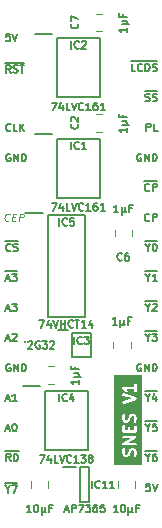
<source format=gbr>
%TF.GenerationSoftware,KiCad,Pcbnew,7.0.5*%
%TF.CreationDate,2023-12-18T15:21:58+02:00*%
%TF.ProjectId,SNES Controller Clock,534e4553-2043-46f6-9e74-726f6c6c6572,rev?*%
%TF.SameCoordinates,Original*%
%TF.FileFunction,Legend,Top*%
%TF.FilePolarity,Positive*%
%FSLAX46Y46*%
G04 Gerber Fmt 4.6, Leading zero omitted, Abs format (unit mm)*
G04 Created by KiCad (PCBNEW 7.0.5) date 2023-12-18 15:21:58*
%MOMM*%
%LPD*%
G01*
G04 APERTURE LIST*
%ADD10C,0.150000*%
%ADD11C,0.100000*%
%ADD12C,0.200000*%
%ADD13C,0.120000*%
G04 APERTURE END LIST*
D10*
X99396744Y-76455725D02*
X99487458Y-76485963D01*
X99487458Y-76485963D02*
X99638649Y-76485963D01*
X99638649Y-76485963D02*
X99699125Y-76455725D01*
X99699125Y-76455725D02*
X99729363Y-76425486D01*
X99729363Y-76425486D02*
X99759601Y-76365010D01*
X99759601Y-76365010D02*
X99759601Y-76304534D01*
X99759601Y-76304534D02*
X99729363Y-76244058D01*
X99729363Y-76244058D02*
X99699125Y-76213820D01*
X99699125Y-76213820D02*
X99638649Y-76183582D01*
X99638649Y-76183582D02*
X99517696Y-76153344D01*
X99517696Y-76153344D02*
X99457220Y-76123105D01*
X99457220Y-76123105D02*
X99426982Y-76092867D01*
X99426982Y-76092867D02*
X99396744Y-76032391D01*
X99396744Y-76032391D02*
X99396744Y-75971915D01*
X99396744Y-75971915D02*
X99426982Y-75911439D01*
X99426982Y-75911439D02*
X99457220Y-75881201D01*
X99457220Y-75881201D02*
X99517696Y-75850963D01*
X99517696Y-75850963D02*
X99668887Y-75850963D01*
X99668887Y-75850963D02*
X99759601Y-75881201D01*
X100001506Y-76455725D02*
X100092220Y-76485963D01*
X100092220Y-76485963D02*
X100243411Y-76485963D01*
X100243411Y-76485963D02*
X100303887Y-76455725D01*
X100303887Y-76455725D02*
X100334125Y-76425486D01*
X100334125Y-76425486D02*
X100364363Y-76365010D01*
X100364363Y-76365010D02*
X100364363Y-76304534D01*
X100364363Y-76304534D02*
X100334125Y-76244058D01*
X100334125Y-76244058D02*
X100303887Y-76213820D01*
X100303887Y-76213820D02*
X100243411Y-76183582D01*
X100243411Y-76183582D02*
X100122458Y-76153344D01*
X100122458Y-76153344D02*
X100061982Y-76123105D01*
X100061982Y-76123105D02*
X100031744Y-76092867D01*
X100031744Y-76092867D02*
X100001506Y-76032391D01*
X100001506Y-76032391D02*
X100001506Y-75971915D01*
X100001506Y-75971915D02*
X100031744Y-75911439D01*
X100031744Y-75911439D02*
X100061982Y-75881201D01*
X100061982Y-75881201D02*
X100122458Y-75850963D01*
X100122458Y-75850963D02*
X100273649Y-75850963D01*
X100273649Y-75850963D02*
X100364363Y-75881201D01*
X99339292Y-75674675D02*
X100421816Y-75674675D01*
X99608410Y-88883582D02*
X99608410Y-89185963D01*
X99396744Y-88550963D02*
X99608410Y-88883582D01*
X99608410Y-88883582D02*
X99820077Y-88550963D01*
X100152696Y-88550963D02*
X100213173Y-88550963D01*
X100213173Y-88550963D02*
X100273649Y-88581201D01*
X100273649Y-88581201D02*
X100303887Y-88611439D01*
X100303887Y-88611439D02*
X100334125Y-88671915D01*
X100334125Y-88671915D02*
X100364363Y-88792867D01*
X100364363Y-88792867D02*
X100364363Y-88944058D01*
X100364363Y-88944058D02*
X100334125Y-89065010D01*
X100334125Y-89065010D02*
X100303887Y-89125486D01*
X100303887Y-89125486D02*
X100273649Y-89155725D01*
X100273649Y-89155725D02*
X100213173Y-89185963D01*
X100213173Y-89185963D02*
X100152696Y-89185963D01*
X100152696Y-89185963D02*
X100092220Y-89155725D01*
X100092220Y-89155725D02*
X100061982Y-89125486D01*
X100061982Y-89125486D02*
X100031744Y-89065010D01*
X100031744Y-89065010D02*
X100001506Y-88944058D01*
X100001506Y-88944058D02*
X100001506Y-88792867D01*
X100001506Y-88792867D02*
X100031744Y-88671915D01*
X100031744Y-88671915D02*
X100061982Y-88611439D01*
X100061982Y-88611439D02*
X100092220Y-88581201D01*
X100092220Y-88581201D02*
X100152696Y-88550963D01*
X99399768Y-88374675D02*
X100421816Y-88374675D01*
X87958493Y-80961201D02*
X87898017Y-80930963D01*
X87898017Y-80930963D02*
X87807303Y-80930963D01*
X87807303Y-80930963D02*
X87716588Y-80961201D01*
X87716588Y-80961201D02*
X87656112Y-81021677D01*
X87656112Y-81021677D02*
X87625874Y-81082153D01*
X87625874Y-81082153D02*
X87595636Y-81203105D01*
X87595636Y-81203105D02*
X87595636Y-81293820D01*
X87595636Y-81293820D02*
X87625874Y-81414772D01*
X87625874Y-81414772D02*
X87656112Y-81475248D01*
X87656112Y-81475248D02*
X87716588Y-81535725D01*
X87716588Y-81535725D02*
X87807303Y-81565963D01*
X87807303Y-81565963D02*
X87867779Y-81565963D01*
X87867779Y-81565963D02*
X87958493Y-81535725D01*
X87958493Y-81535725D02*
X87988731Y-81505486D01*
X87988731Y-81505486D02*
X87988731Y-81293820D01*
X87988731Y-81293820D02*
X87867779Y-81293820D01*
X88260874Y-81565963D02*
X88260874Y-80930963D01*
X88260874Y-80930963D02*
X88623731Y-81565963D01*
X88623731Y-81565963D02*
X88623731Y-80930963D01*
X88926112Y-81565963D02*
X88926112Y-80930963D01*
X88926112Y-80930963D02*
X89077302Y-80930963D01*
X89077302Y-80930963D02*
X89168017Y-80961201D01*
X89168017Y-80961201D02*
X89228493Y-81021677D01*
X89228493Y-81021677D02*
X89258731Y-81082153D01*
X89258731Y-81082153D02*
X89288969Y-81203105D01*
X89288969Y-81203105D02*
X89288969Y-81293820D01*
X89288969Y-81293820D02*
X89258731Y-81414772D01*
X89258731Y-81414772D02*
X89228493Y-81475248D01*
X89228493Y-81475248D02*
X89168017Y-81535725D01*
X89168017Y-81535725D02*
X89077302Y-81565963D01*
X89077302Y-81565963D02*
X88926112Y-81565963D01*
X98550077Y-73945963D02*
X98247696Y-73945963D01*
X98247696Y-73945963D02*
X98247696Y-73310963D01*
X99124601Y-73885486D02*
X99094363Y-73915725D01*
X99094363Y-73915725D02*
X99003649Y-73945963D01*
X99003649Y-73945963D02*
X98943173Y-73945963D01*
X98943173Y-73945963D02*
X98852458Y-73915725D01*
X98852458Y-73915725D02*
X98791982Y-73855248D01*
X98791982Y-73855248D02*
X98761744Y-73794772D01*
X98761744Y-73794772D02*
X98731506Y-73673820D01*
X98731506Y-73673820D02*
X98731506Y-73583105D01*
X98731506Y-73583105D02*
X98761744Y-73462153D01*
X98761744Y-73462153D02*
X98791982Y-73401677D01*
X98791982Y-73401677D02*
X98852458Y-73341201D01*
X98852458Y-73341201D02*
X98943173Y-73310963D01*
X98943173Y-73310963D02*
X99003649Y-73310963D01*
X99003649Y-73310963D02*
X99094363Y-73341201D01*
X99094363Y-73341201D02*
X99124601Y-73371439D01*
X99396744Y-73945963D02*
X99396744Y-73310963D01*
X99396744Y-73310963D02*
X99547934Y-73310963D01*
X99547934Y-73310963D02*
X99638649Y-73341201D01*
X99638649Y-73341201D02*
X99699125Y-73401677D01*
X99699125Y-73401677D02*
X99729363Y-73462153D01*
X99729363Y-73462153D02*
X99759601Y-73583105D01*
X99759601Y-73583105D02*
X99759601Y-73673820D01*
X99759601Y-73673820D02*
X99729363Y-73794772D01*
X99729363Y-73794772D02*
X99699125Y-73855248D01*
X99699125Y-73855248D02*
X99638649Y-73915725D01*
X99638649Y-73915725D02*
X99547934Y-73945963D01*
X99547934Y-73945963D02*
X99396744Y-73945963D01*
X100001506Y-73915725D02*
X100092220Y-73945963D01*
X100092220Y-73945963D02*
X100243411Y-73945963D01*
X100243411Y-73945963D02*
X100303887Y-73915725D01*
X100303887Y-73915725D02*
X100334125Y-73885486D01*
X100334125Y-73885486D02*
X100364363Y-73825010D01*
X100364363Y-73825010D02*
X100364363Y-73764534D01*
X100364363Y-73764534D02*
X100334125Y-73704058D01*
X100334125Y-73704058D02*
X100303887Y-73673820D01*
X100303887Y-73673820D02*
X100243411Y-73643582D01*
X100243411Y-73643582D02*
X100122458Y-73613344D01*
X100122458Y-73613344D02*
X100061982Y-73583105D01*
X100061982Y-73583105D02*
X100031744Y-73552867D01*
X100031744Y-73552867D02*
X100001506Y-73492391D01*
X100001506Y-73492391D02*
X100001506Y-73431915D01*
X100001506Y-73431915D02*
X100031744Y-73371439D01*
X100031744Y-73371439D02*
X100061982Y-73341201D01*
X100061982Y-73341201D02*
X100122458Y-73310963D01*
X100122458Y-73310963D02*
X100273649Y-73310963D01*
X100273649Y-73310963D02*
X100364363Y-73341201D01*
X98160006Y-73134675D02*
X100421816Y-73134675D01*
X99033887Y-80961201D02*
X98973411Y-80930963D01*
X98973411Y-80930963D02*
X98882697Y-80930963D01*
X98882697Y-80930963D02*
X98791982Y-80961201D01*
X98791982Y-80961201D02*
X98731506Y-81021677D01*
X98731506Y-81021677D02*
X98701268Y-81082153D01*
X98701268Y-81082153D02*
X98671030Y-81203105D01*
X98671030Y-81203105D02*
X98671030Y-81293820D01*
X98671030Y-81293820D02*
X98701268Y-81414772D01*
X98701268Y-81414772D02*
X98731506Y-81475248D01*
X98731506Y-81475248D02*
X98791982Y-81535725D01*
X98791982Y-81535725D02*
X98882697Y-81565963D01*
X98882697Y-81565963D02*
X98943173Y-81565963D01*
X98943173Y-81565963D02*
X99033887Y-81535725D01*
X99033887Y-81535725D02*
X99064125Y-81505486D01*
X99064125Y-81505486D02*
X99064125Y-81293820D01*
X99064125Y-81293820D02*
X98943173Y-81293820D01*
X99336268Y-81565963D02*
X99336268Y-80930963D01*
X99336268Y-80930963D02*
X99699125Y-81565963D01*
X99699125Y-81565963D02*
X99699125Y-80930963D01*
X100001506Y-81565963D02*
X100001506Y-80930963D01*
X100001506Y-80930963D02*
X100152696Y-80930963D01*
X100152696Y-80930963D02*
X100243411Y-80961201D01*
X100243411Y-80961201D02*
X100303887Y-81021677D01*
X100303887Y-81021677D02*
X100334125Y-81082153D01*
X100334125Y-81082153D02*
X100364363Y-81203105D01*
X100364363Y-81203105D02*
X100364363Y-81293820D01*
X100364363Y-81293820D02*
X100334125Y-81414772D01*
X100334125Y-81414772D02*
X100303887Y-81475248D01*
X100303887Y-81475248D02*
X100243411Y-81535725D01*
X100243411Y-81535725D02*
X100152696Y-81565963D01*
X100152696Y-81565963D02*
X100001506Y-81565963D01*
X99729363Y-84045486D02*
X99699125Y-84075725D01*
X99699125Y-84075725D02*
X99608411Y-84105963D01*
X99608411Y-84105963D02*
X99547935Y-84105963D01*
X99547935Y-84105963D02*
X99457220Y-84075725D01*
X99457220Y-84075725D02*
X99396744Y-84015248D01*
X99396744Y-84015248D02*
X99366506Y-83954772D01*
X99366506Y-83954772D02*
X99336268Y-83833820D01*
X99336268Y-83833820D02*
X99336268Y-83743105D01*
X99336268Y-83743105D02*
X99366506Y-83622153D01*
X99366506Y-83622153D02*
X99396744Y-83561677D01*
X99396744Y-83561677D02*
X99457220Y-83501201D01*
X99457220Y-83501201D02*
X99547935Y-83470963D01*
X99547935Y-83470963D02*
X99608411Y-83470963D01*
X99608411Y-83470963D02*
X99699125Y-83501201D01*
X99699125Y-83501201D02*
X99729363Y-83531439D01*
X100001506Y-84105963D02*
X100001506Y-83470963D01*
X100001506Y-83470963D02*
X100243411Y-83470963D01*
X100243411Y-83470963D02*
X100303887Y-83501201D01*
X100303887Y-83501201D02*
X100334125Y-83531439D01*
X100334125Y-83531439D02*
X100364363Y-83591915D01*
X100364363Y-83591915D02*
X100364363Y-83682629D01*
X100364363Y-83682629D02*
X100334125Y-83743105D01*
X100334125Y-83743105D02*
X100303887Y-83773344D01*
X100303887Y-83773344D02*
X100243411Y-83803582D01*
X100243411Y-83803582D02*
X100001506Y-83803582D01*
X99278816Y-83294675D02*
X100421816Y-83294675D01*
X99608410Y-93963582D02*
X99608410Y-94265963D01*
X99396744Y-93630963D02*
X99608410Y-93963582D01*
X99608410Y-93963582D02*
X99820077Y-93630963D01*
X100001506Y-93691439D02*
X100031744Y-93661201D01*
X100031744Y-93661201D02*
X100092220Y-93630963D01*
X100092220Y-93630963D02*
X100243411Y-93630963D01*
X100243411Y-93630963D02*
X100303887Y-93661201D01*
X100303887Y-93661201D02*
X100334125Y-93691439D01*
X100334125Y-93691439D02*
X100364363Y-93751915D01*
X100364363Y-93751915D02*
X100364363Y-93812391D01*
X100364363Y-93812391D02*
X100334125Y-93903105D01*
X100334125Y-93903105D02*
X99971268Y-94265963D01*
X99971268Y-94265963D02*
X100364363Y-94265963D01*
X99399768Y-93454675D02*
X100421816Y-93454675D01*
X99487458Y-79025963D02*
X99487458Y-78390963D01*
X99487458Y-78390963D02*
X99729363Y-78390963D01*
X99729363Y-78390963D02*
X99789839Y-78421201D01*
X99789839Y-78421201D02*
X99820077Y-78451439D01*
X99820077Y-78451439D02*
X99850315Y-78511915D01*
X99850315Y-78511915D02*
X99850315Y-78602629D01*
X99850315Y-78602629D02*
X99820077Y-78663105D01*
X99820077Y-78663105D02*
X99789839Y-78693344D01*
X99789839Y-78693344D02*
X99729363Y-78723582D01*
X99729363Y-78723582D02*
X99487458Y-78723582D01*
X100424839Y-79025963D02*
X100122458Y-79025963D01*
X100122458Y-79025963D02*
X100122458Y-78390963D01*
X87595636Y-94084534D02*
X87898017Y-94084534D01*
X87535160Y-94265963D02*
X87746826Y-93630963D01*
X87746826Y-93630963D02*
X87958493Y-94265963D01*
X88109684Y-93630963D02*
X88502779Y-93630963D01*
X88502779Y-93630963D02*
X88291112Y-93872867D01*
X88291112Y-93872867D02*
X88381827Y-93872867D01*
X88381827Y-93872867D02*
X88442303Y-93903105D01*
X88442303Y-93903105D02*
X88472541Y-93933344D01*
X88472541Y-93933344D02*
X88502779Y-93993820D01*
X88502779Y-93993820D02*
X88502779Y-94145010D01*
X88502779Y-94145010D02*
X88472541Y-94205486D01*
X88472541Y-94205486D02*
X88442303Y-94235725D01*
X88442303Y-94235725D02*
X88381827Y-94265963D01*
X88381827Y-94265963D02*
X88200398Y-94265963D01*
X88200398Y-94265963D02*
X88139922Y-94235725D01*
X88139922Y-94235725D02*
X88109684Y-94205486D01*
X99608410Y-104123582D02*
X99608410Y-104425963D01*
X99396744Y-103790963D02*
X99608410Y-104123582D01*
X99608410Y-104123582D02*
X99820077Y-103790963D01*
X100334125Y-103790963D02*
X100031744Y-103790963D01*
X100031744Y-103790963D02*
X100001506Y-104093344D01*
X100001506Y-104093344D02*
X100031744Y-104063105D01*
X100031744Y-104063105D02*
X100092220Y-104032867D01*
X100092220Y-104032867D02*
X100243411Y-104032867D01*
X100243411Y-104032867D02*
X100303887Y-104063105D01*
X100303887Y-104063105D02*
X100334125Y-104093344D01*
X100334125Y-104093344D02*
X100364363Y-104153820D01*
X100364363Y-104153820D02*
X100364363Y-104305010D01*
X100364363Y-104305010D02*
X100334125Y-104365486D01*
X100334125Y-104365486D02*
X100303887Y-104395725D01*
X100303887Y-104395725D02*
X100243411Y-104425963D01*
X100243411Y-104425963D02*
X100092220Y-104425963D01*
X100092220Y-104425963D02*
X100031744Y-104395725D01*
X100031744Y-104395725D02*
X100001506Y-104365486D01*
X99399768Y-103614675D02*
X100421816Y-103614675D01*
X99033887Y-98741201D02*
X98973411Y-98710963D01*
X98973411Y-98710963D02*
X98882697Y-98710963D01*
X98882697Y-98710963D02*
X98791982Y-98741201D01*
X98791982Y-98741201D02*
X98731506Y-98801677D01*
X98731506Y-98801677D02*
X98701268Y-98862153D01*
X98701268Y-98862153D02*
X98671030Y-98983105D01*
X98671030Y-98983105D02*
X98671030Y-99073820D01*
X98671030Y-99073820D02*
X98701268Y-99194772D01*
X98701268Y-99194772D02*
X98731506Y-99255248D01*
X98731506Y-99255248D02*
X98791982Y-99315725D01*
X98791982Y-99315725D02*
X98882697Y-99345963D01*
X98882697Y-99345963D02*
X98943173Y-99345963D01*
X98943173Y-99345963D02*
X99033887Y-99315725D01*
X99033887Y-99315725D02*
X99064125Y-99285486D01*
X99064125Y-99285486D02*
X99064125Y-99073820D01*
X99064125Y-99073820D02*
X98943173Y-99073820D01*
X99336268Y-99345963D02*
X99336268Y-98710963D01*
X99336268Y-98710963D02*
X99699125Y-99345963D01*
X99699125Y-99345963D02*
X99699125Y-98710963D01*
X100001506Y-99345963D02*
X100001506Y-98710963D01*
X100001506Y-98710963D02*
X100152696Y-98710963D01*
X100152696Y-98710963D02*
X100243411Y-98741201D01*
X100243411Y-98741201D02*
X100303887Y-98801677D01*
X100303887Y-98801677D02*
X100334125Y-98862153D01*
X100334125Y-98862153D02*
X100364363Y-98983105D01*
X100364363Y-98983105D02*
X100364363Y-99073820D01*
X100364363Y-99073820D02*
X100334125Y-99194772D01*
X100334125Y-99194772D02*
X100303887Y-99255248D01*
X100303887Y-99255248D02*
X100243411Y-99315725D01*
X100243411Y-99315725D02*
X100152696Y-99345963D01*
X100152696Y-99345963D02*
X100001506Y-99345963D01*
X87988731Y-89125486D02*
X87958493Y-89155725D01*
X87958493Y-89155725D02*
X87867779Y-89185963D01*
X87867779Y-89185963D02*
X87807303Y-89185963D01*
X87807303Y-89185963D02*
X87716588Y-89155725D01*
X87716588Y-89155725D02*
X87656112Y-89095248D01*
X87656112Y-89095248D02*
X87625874Y-89034772D01*
X87625874Y-89034772D02*
X87595636Y-88913820D01*
X87595636Y-88913820D02*
X87595636Y-88823105D01*
X87595636Y-88823105D02*
X87625874Y-88702153D01*
X87625874Y-88702153D02*
X87656112Y-88641677D01*
X87656112Y-88641677D02*
X87716588Y-88581201D01*
X87716588Y-88581201D02*
X87807303Y-88550963D01*
X87807303Y-88550963D02*
X87867779Y-88550963D01*
X87867779Y-88550963D02*
X87958493Y-88581201D01*
X87958493Y-88581201D02*
X87988731Y-88611439D01*
X88230636Y-89155725D02*
X88321350Y-89185963D01*
X88321350Y-89185963D02*
X88472541Y-89185963D01*
X88472541Y-89185963D02*
X88533017Y-89155725D01*
X88533017Y-89155725D02*
X88563255Y-89125486D01*
X88563255Y-89125486D02*
X88593493Y-89065010D01*
X88593493Y-89065010D02*
X88593493Y-89004534D01*
X88593493Y-89004534D02*
X88563255Y-88944058D01*
X88563255Y-88944058D02*
X88533017Y-88913820D01*
X88533017Y-88913820D02*
X88472541Y-88883582D01*
X88472541Y-88883582D02*
X88351588Y-88853344D01*
X88351588Y-88853344D02*
X88291112Y-88823105D01*
X88291112Y-88823105D02*
X88260874Y-88792867D01*
X88260874Y-88792867D02*
X88230636Y-88732391D01*
X88230636Y-88732391D02*
X88230636Y-88671915D01*
X88230636Y-88671915D02*
X88260874Y-88611439D01*
X88260874Y-88611439D02*
X88291112Y-88581201D01*
X88291112Y-88581201D02*
X88351588Y-88550963D01*
X88351588Y-88550963D02*
X88502779Y-88550963D01*
X88502779Y-88550963D02*
X88593493Y-88581201D01*
X87538184Y-88374675D02*
X88650946Y-88374675D01*
D11*
X87832616Y-86588086D02*
X87798598Y-86618325D01*
X87798598Y-86618325D02*
X87704104Y-86648563D01*
X87704104Y-86648563D02*
X87643628Y-86648563D01*
X87643628Y-86648563D02*
X87556693Y-86618325D01*
X87556693Y-86618325D02*
X87503777Y-86557848D01*
X87503777Y-86557848D02*
X87481098Y-86497372D01*
X87481098Y-86497372D02*
X87465979Y-86376420D01*
X87465979Y-86376420D02*
X87477318Y-86285705D01*
X87477318Y-86285705D02*
X87522675Y-86164753D01*
X87522675Y-86164753D02*
X87560473Y-86104277D01*
X87560473Y-86104277D02*
X87628509Y-86043801D01*
X87628509Y-86043801D02*
X87723003Y-86013563D01*
X87723003Y-86013563D02*
X87783479Y-86013563D01*
X87783479Y-86013563D02*
X87870414Y-86043801D01*
X87870414Y-86043801D02*
X87896872Y-86074039D01*
X88138777Y-86315944D02*
X88350443Y-86315944D01*
X88399580Y-86648563D02*
X88097199Y-86648563D01*
X88097199Y-86648563D02*
X88176574Y-86013563D01*
X88176574Y-86013563D02*
X88478955Y-86013563D01*
X88671723Y-86648563D02*
X88751098Y-86013563D01*
X88751098Y-86013563D02*
X88993003Y-86013563D01*
X88993003Y-86013563D02*
X89049699Y-86043801D01*
X89049699Y-86043801D02*
X89076158Y-86074039D01*
X89076158Y-86074039D02*
X89098836Y-86134515D01*
X89098836Y-86134515D02*
X89087497Y-86225229D01*
X89087497Y-86225229D02*
X89049699Y-86285705D01*
X89049699Y-86285705D02*
X89015682Y-86315944D01*
X89015682Y-86315944D02*
X88951426Y-86346182D01*
X88951426Y-86346182D02*
X88709521Y-86346182D01*
D10*
X99608410Y-91423582D02*
X99608410Y-91725963D01*
X99396744Y-91090963D02*
X99608410Y-91423582D01*
X99608410Y-91423582D02*
X99820077Y-91090963D01*
X100364363Y-91725963D02*
X100001506Y-91725963D01*
X100182934Y-91725963D02*
X100182934Y-91090963D01*
X100182934Y-91090963D02*
X100122458Y-91181677D01*
X100122458Y-91181677D02*
X100061982Y-91242153D01*
X100061982Y-91242153D02*
X100001506Y-91272391D01*
X99399768Y-90914675D02*
X100421816Y-90914675D01*
X87928255Y-70770963D02*
X87625874Y-70770963D01*
X87625874Y-70770963D02*
X87595636Y-71073344D01*
X87595636Y-71073344D02*
X87625874Y-71043105D01*
X87625874Y-71043105D02*
X87686350Y-71012867D01*
X87686350Y-71012867D02*
X87837541Y-71012867D01*
X87837541Y-71012867D02*
X87898017Y-71043105D01*
X87898017Y-71043105D02*
X87928255Y-71073344D01*
X87928255Y-71073344D02*
X87958493Y-71133820D01*
X87958493Y-71133820D02*
X87958493Y-71285010D01*
X87958493Y-71285010D02*
X87928255Y-71345486D01*
X87928255Y-71345486D02*
X87898017Y-71375725D01*
X87898017Y-71375725D02*
X87837541Y-71405963D01*
X87837541Y-71405963D02*
X87686350Y-71405963D01*
X87686350Y-71405963D02*
X87625874Y-71375725D01*
X87625874Y-71375725D02*
X87595636Y-71345486D01*
X88139922Y-70770963D02*
X88351588Y-71405963D01*
X88351588Y-71405963D02*
X88563255Y-70770963D01*
X87988731Y-78965486D02*
X87958493Y-78995725D01*
X87958493Y-78995725D02*
X87867779Y-79025963D01*
X87867779Y-79025963D02*
X87807303Y-79025963D01*
X87807303Y-79025963D02*
X87716588Y-78995725D01*
X87716588Y-78995725D02*
X87656112Y-78935248D01*
X87656112Y-78935248D02*
X87625874Y-78874772D01*
X87625874Y-78874772D02*
X87595636Y-78753820D01*
X87595636Y-78753820D02*
X87595636Y-78663105D01*
X87595636Y-78663105D02*
X87625874Y-78542153D01*
X87625874Y-78542153D02*
X87656112Y-78481677D01*
X87656112Y-78481677D02*
X87716588Y-78421201D01*
X87716588Y-78421201D02*
X87807303Y-78390963D01*
X87807303Y-78390963D02*
X87867779Y-78390963D01*
X87867779Y-78390963D02*
X87958493Y-78421201D01*
X87958493Y-78421201D02*
X87988731Y-78451439D01*
X88563255Y-79025963D02*
X88260874Y-79025963D01*
X88260874Y-79025963D02*
X88260874Y-78390963D01*
X88774922Y-79025963D02*
X88774922Y-78390963D01*
X89137779Y-79025963D02*
X88865636Y-78663105D01*
X89137779Y-78390963D02*
X88774922Y-78753820D01*
D12*
G36*
X99121857Y-107312143D02*
G01*
X96736143Y-107312143D01*
X96736143Y-106356791D01*
X97443645Y-106356791D01*
X97452783Y-106375067D01*
X97458542Y-106394680D01*
X97465683Y-106400868D01*
X97498787Y-106467076D01*
X97502365Y-106483519D01*
X97521844Y-106502998D01*
X97540616Y-106523179D01*
X97542509Y-106523663D01*
X97561880Y-106543034D01*
X97570473Y-106557501D01*
X97595109Y-106569819D01*
X97619303Y-106583030D01*
X97621251Y-106582890D01*
X97687156Y-106615843D01*
X97707332Y-106628809D01*
X97727767Y-106628809D01*
X97747883Y-106632429D01*
X97756611Y-106628809D01*
X97826548Y-106628809D01*
X97850391Y-106631383D01*
X97868667Y-106622244D01*
X97888280Y-106616486D01*
X97894468Y-106609344D01*
X97960676Y-106576240D01*
X97977119Y-106572663D01*
X97996598Y-106553183D01*
X98016779Y-106534412D01*
X98017263Y-106532518D01*
X98036634Y-106513147D01*
X98051101Y-106504555D01*
X98063419Y-106479918D01*
X98076630Y-106455725D01*
X98076490Y-106453776D01*
X98103885Y-106398986D01*
X98112302Y-106391073D01*
X98116761Y-106373234D01*
X98118282Y-106370194D01*
X98120235Y-106359339D01*
X98164380Y-106182757D01*
X98199832Y-106111854D01*
X98224502Y-106087184D01*
X98284110Y-106057381D01*
X98332136Y-106057381D01*
X98391744Y-106087185D01*
X98416415Y-106111856D01*
X98446219Y-106171463D01*
X98446219Y-106369725D01*
X98399185Y-106510827D01*
X98397604Y-106554539D01*
X98427547Y-106605057D01*
X98480048Y-106631366D01*
X98538441Y-106625116D01*
X98584183Y-106588288D01*
X98637121Y-106429470D01*
X98646219Y-106415315D01*
X98646219Y-106387760D01*
X98647215Y-106360223D01*
X98646219Y-106358542D01*
X98646219Y-106153241D01*
X98648793Y-106129398D01*
X98639654Y-106111120D01*
X98633896Y-106091510D01*
X98626754Y-106085322D01*
X98593650Y-106019113D01*
X98590073Y-106002670D01*
X98570592Y-105983189D01*
X98551822Y-105963010D01*
X98549927Y-105962525D01*
X98530555Y-105943153D01*
X98521964Y-105928689D01*
X98497339Y-105916376D01*
X98473133Y-105903159D01*
X98471183Y-105903298D01*
X98405283Y-105870348D01*
X98385105Y-105857381D01*
X98364669Y-105857381D01*
X98344554Y-105853761D01*
X98335826Y-105857381D01*
X98265888Y-105857381D01*
X98242045Y-105854807D01*
X98223767Y-105863945D01*
X98204157Y-105869704D01*
X98197969Y-105876845D01*
X98131758Y-105909950D01*
X98115318Y-105913527D01*
X98095843Y-105933001D01*
X98075657Y-105951778D01*
X98075172Y-105953672D01*
X98055802Y-105973042D01*
X98041336Y-105981635D01*
X98029018Y-106006269D01*
X98015807Y-106030465D01*
X98015946Y-106032414D01*
X97988552Y-106087202D01*
X97980135Y-106095117D01*
X97975675Y-106112957D01*
X97974155Y-106115997D01*
X97972202Y-106126848D01*
X97928056Y-106303432D01*
X97892605Y-106374335D01*
X97867935Y-106399004D01*
X97808327Y-106428809D01*
X97760301Y-106428809D01*
X97700693Y-106399005D01*
X97676023Y-106374335D01*
X97646219Y-106314726D01*
X97646219Y-106116465D01*
X97693253Y-105975363D01*
X97694834Y-105931652D01*
X97664891Y-105881134D01*
X97612389Y-105854824D01*
X97553997Y-105861075D01*
X97508255Y-105897903D01*
X97455316Y-106056719D01*
X97446219Y-106070875D01*
X97446219Y-106098430D01*
X97445223Y-106125968D01*
X97446219Y-106127648D01*
X97446219Y-106332947D01*
X97443645Y-106356791D01*
X96736143Y-106356791D01*
X96736143Y-105538254D01*
X97442426Y-105538254D01*
X97443457Y-105540863D01*
X97443058Y-105543641D01*
X97454175Y-105567984D01*
X97464009Y-105592869D01*
X97466286Y-105594506D01*
X97467453Y-105597060D01*
X97489968Y-105611529D01*
X97511693Y-105627146D01*
X97514495Y-105627291D01*
X97516856Y-105628809D01*
X97543617Y-105628809D01*
X97570339Y-105630201D01*
X97572775Y-105628809D01*
X98560598Y-105628809D01*
X98602566Y-105616486D01*
X98641023Y-105572104D01*
X98649380Y-105513977D01*
X98624985Y-105460558D01*
X98575582Y-105428809D01*
X97922775Y-105428809D01*
X98585644Y-105050026D01*
X98602566Y-105045058D01*
X98620093Y-105024829D01*
X98638642Y-105005550D01*
X98639185Y-105002796D01*
X98641023Y-105000676D01*
X98644831Y-104974188D01*
X98650012Y-104947936D01*
X98648980Y-104945326D01*
X98649380Y-104942549D01*
X98638262Y-104918205D01*
X98628429Y-104893321D01*
X98626151Y-104891683D01*
X98624985Y-104889130D01*
X98602469Y-104874660D01*
X98580745Y-104859044D01*
X98577942Y-104858897D01*
X98575582Y-104857381D01*
X98548832Y-104857381D01*
X98522100Y-104855988D01*
X98519662Y-104857381D01*
X97531840Y-104857381D01*
X97489872Y-104869704D01*
X97451415Y-104914086D01*
X97443058Y-104972213D01*
X97467453Y-105025632D01*
X97516856Y-105057381D01*
X98169662Y-105057381D01*
X97506793Y-105436163D01*
X97489872Y-105441132D01*
X97472344Y-105461360D01*
X97453796Y-105480640D01*
X97453252Y-105483393D01*
X97451415Y-105485514D01*
X97447606Y-105512001D01*
X97442426Y-105538254D01*
X96736143Y-105538254D01*
X96736143Y-104496022D01*
X97443058Y-104496022D01*
X97452284Y-104516225D01*
X97458542Y-104537537D01*
X97464292Y-104542519D01*
X97467453Y-104549441D01*
X97486138Y-104561449D01*
X97502924Y-104575994D01*
X97510455Y-104577076D01*
X97516856Y-104581190D01*
X97539065Y-104581190D01*
X97561051Y-104584351D01*
X97567973Y-104581190D01*
X98015255Y-104581190D01*
X98037241Y-104584351D01*
X98044163Y-104581190D01*
X98539065Y-104581190D01*
X98561051Y-104584351D01*
X98581254Y-104575124D01*
X98602566Y-104568867D01*
X98607548Y-104563116D01*
X98614470Y-104559956D01*
X98626478Y-104541270D01*
X98641023Y-104524485D01*
X98642105Y-104516953D01*
X98646219Y-104510553D01*
X98646219Y-104488344D01*
X98649380Y-104466358D01*
X98646219Y-104459436D01*
X98646219Y-103990621D01*
X98633896Y-103948653D01*
X98589514Y-103910196D01*
X98531387Y-103901839D01*
X98477968Y-103926234D01*
X98446219Y-103975637D01*
X98446219Y-104381190D01*
X98122409Y-104381190D01*
X98122409Y-104133478D01*
X98110086Y-104091510D01*
X98065704Y-104053053D01*
X98007577Y-104044696D01*
X97954158Y-104069091D01*
X97922409Y-104118494D01*
X97922409Y-104381190D01*
X97646219Y-104381190D01*
X97646219Y-103990621D01*
X97633896Y-103948653D01*
X97589514Y-103910196D01*
X97531387Y-103901839D01*
X97477968Y-103926234D01*
X97446219Y-103975637D01*
X97446219Y-104474035D01*
X97443058Y-104496022D01*
X96736143Y-104496022D01*
X96736143Y-103452029D01*
X97443645Y-103452029D01*
X97452783Y-103470305D01*
X97458542Y-103489918D01*
X97465683Y-103496106D01*
X97498787Y-103562314D01*
X97502365Y-103578757D01*
X97521844Y-103598236D01*
X97540616Y-103618417D01*
X97542509Y-103618901D01*
X97561880Y-103638272D01*
X97570473Y-103652739D01*
X97595109Y-103665057D01*
X97619303Y-103678268D01*
X97621251Y-103678128D01*
X97687156Y-103711081D01*
X97707332Y-103724047D01*
X97727767Y-103724047D01*
X97747883Y-103727667D01*
X97756611Y-103724047D01*
X97826548Y-103724047D01*
X97850391Y-103726621D01*
X97868667Y-103717482D01*
X97888280Y-103711724D01*
X97894468Y-103704582D01*
X97960676Y-103671478D01*
X97977119Y-103667901D01*
X97996598Y-103648421D01*
X98016779Y-103629650D01*
X98017263Y-103627756D01*
X98036634Y-103608385D01*
X98051101Y-103599793D01*
X98063419Y-103575156D01*
X98076630Y-103550963D01*
X98076490Y-103549014D01*
X98103885Y-103494224D01*
X98112302Y-103486311D01*
X98116761Y-103468472D01*
X98118282Y-103465432D01*
X98120235Y-103454577D01*
X98164380Y-103277995D01*
X98199832Y-103207092D01*
X98224501Y-103182423D01*
X98284110Y-103152619D01*
X98332136Y-103152619D01*
X98391744Y-103182423D01*
X98416415Y-103207094D01*
X98446219Y-103266701D01*
X98446219Y-103464963D01*
X98399185Y-103606065D01*
X98397604Y-103649777D01*
X98427547Y-103700295D01*
X98480048Y-103726604D01*
X98538441Y-103720354D01*
X98584183Y-103683526D01*
X98637121Y-103524708D01*
X98646219Y-103510553D01*
X98646219Y-103482998D01*
X98647215Y-103455461D01*
X98646219Y-103453780D01*
X98646219Y-103248479D01*
X98648793Y-103224636D01*
X98639654Y-103206358D01*
X98633896Y-103186748D01*
X98626754Y-103180560D01*
X98593650Y-103114351D01*
X98590073Y-103097908D01*
X98570592Y-103078427D01*
X98551822Y-103058248D01*
X98549927Y-103057763D01*
X98530555Y-103038391D01*
X98521964Y-103023927D01*
X98497339Y-103011614D01*
X98473133Y-102998397D01*
X98471183Y-102998536D01*
X98405283Y-102965586D01*
X98385105Y-102952619D01*
X98364669Y-102952619D01*
X98344554Y-102948999D01*
X98335826Y-102952619D01*
X98265888Y-102952619D01*
X98242045Y-102950045D01*
X98223767Y-102959183D01*
X98204157Y-102964942D01*
X98197969Y-102972083D01*
X98131758Y-103005188D01*
X98115318Y-103008765D01*
X98095843Y-103028239D01*
X98075657Y-103047016D01*
X98075172Y-103048910D01*
X98055802Y-103068280D01*
X98041336Y-103076873D01*
X98029018Y-103101507D01*
X98015807Y-103125703D01*
X98015946Y-103127652D01*
X97988552Y-103182440D01*
X97980135Y-103190355D01*
X97975675Y-103208194D01*
X97974155Y-103211235D01*
X97972202Y-103222086D01*
X97928055Y-103398671D01*
X97892604Y-103469573D01*
X97867935Y-103494242D01*
X97808327Y-103524047D01*
X97760301Y-103524047D01*
X97700692Y-103494242D01*
X97676023Y-103469573D01*
X97646219Y-103409964D01*
X97646219Y-103211703D01*
X97693253Y-103070601D01*
X97694834Y-103026890D01*
X97664891Y-102976372D01*
X97612389Y-102950062D01*
X97553997Y-102956313D01*
X97508255Y-102993141D01*
X97455316Y-103151957D01*
X97446219Y-103166113D01*
X97446219Y-103193668D01*
X97445223Y-103221206D01*
X97446219Y-103222886D01*
X97446219Y-103428185D01*
X97443645Y-103452029D01*
X96736143Y-103452029D01*
X96736143Y-101993905D01*
X97442589Y-101993905D01*
X97453042Y-102051692D01*
X97493078Y-102094656D01*
X97549986Y-102109153D01*
X98560679Y-101772254D01*
X98571948Y-101772662D01*
X98587999Y-101763147D01*
X98591482Y-101761987D01*
X98600314Y-101755848D01*
X98622466Y-101742719D01*
X98624207Y-101739243D01*
X98627400Y-101737025D01*
X98637244Y-101713228D01*
X98648776Y-101690217D01*
X98648362Y-101686353D01*
X98649849Y-101682760D01*
X98645265Y-101657422D01*
X98642525Y-101631825D01*
X98640086Y-101628796D01*
X98639395Y-101624973D01*
X98621848Y-101606143D01*
X98605698Y-101586083D01*
X98602009Y-101584853D01*
X98599360Y-101582010D01*
X98574409Y-101575653D01*
X97564201Y-101238918D01*
X97520489Y-101237337D01*
X97469971Y-101267280D01*
X97443662Y-101319782D01*
X97449912Y-101378174D01*
X97486740Y-101423916D01*
X98229990Y-101671665D01*
X97500955Y-101914678D01*
X97465038Y-101939640D01*
X97442589Y-101993905D01*
X96736143Y-101993905D01*
X96736143Y-100780001D01*
X97442823Y-100780001D01*
X97443187Y-100780835D01*
X97443058Y-100781736D01*
X97454900Y-100807668D01*
X97466317Y-100833821D01*
X97467074Y-100834325D01*
X97467453Y-100835155D01*
X97491467Y-100850587D01*
X97625368Y-100939855D01*
X97702129Y-101016615D01*
X97748921Y-101110200D01*
X97778711Y-101142226D01*
X97835606Y-101156775D01*
X97891334Y-101138255D01*
X97928204Y-101092545D01*
X97934507Y-101034159D01*
X97879365Y-100923876D01*
X97875788Y-100907432D01*
X97856301Y-100887945D01*
X97837536Y-100867771D01*
X97835642Y-100867286D01*
X97835260Y-100866904D01*
X98446219Y-100866904D01*
X98446219Y-101066997D01*
X98458542Y-101108965D01*
X98502924Y-101147422D01*
X98561051Y-101155779D01*
X98614470Y-101131384D01*
X98646219Y-101081981D01*
X98646219Y-100774058D01*
X98649380Y-100752072D01*
X98646219Y-100745150D01*
X98646219Y-100466811D01*
X98633896Y-100424843D01*
X98589514Y-100386386D01*
X98531387Y-100378029D01*
X98477968Y-100402424D01*
X98446219Y-100451827D01*
X98446219Y-100666904D01*
X97561456Y-100666904D01*
X97547970Y-100662697D01*
X97532698Y-100666904D01*
X97531840Y-100666904D01*
X97518833Y-100670723D01*
X97491353Y-100678293D01*
X97490745Y-100678970D01*
X97489872Y-100679227D01*
X97471175Y-100700803D01*
X97452157Y-100722022D01*
X97452012Y-100722919D01*
X97451415Y-100723609D01*
X97447352Y-100751865D01*
X97442823Y-100780001D01*
X96736143Y-100780001D01*
X96736143Y-99697857D01*
X99121857Y-99697857D01*
X99121857Y-107312143D01*
G37*
D10*
X99608410Y-106663582D02*
X99608410Y-106965963D01*
X99396744Y-106330963D02*
X99608410Y-106663582D01*
X99608410Y-106663582D02*
X99820077Y-106330963D01*
X100303887Y-106330963D02*
X100182934Y-106330963D01*
X100182934Y-106330963D02*
X100122458Y-106361201D01*
X100122458Y-106361201D02*
X100092220Y-106391439D01*
X100092220Y-106391439D02*
X100031744Y-106482153D01*
X100031744Y-106482153D02*
X100001506Y-106603105D01*
X100001506Y-106603105D02*
X100001506Y-106845010D01*
X100001506Y-106845010D02*
X100031744Y-106905486D01*
X100031744Y-106905486D02*
X100061982Y-106935725D01*
X100061982Y-106935725D02*
X100122458Y-106965963D01*
X100122458Y-106965963D02*
X100243411Y-106965963D01*
X100243411Y-106965963D02*
X100303887Y-106935725D01*
X100303887Y-106935725D02*
X100334125Y-106905486D01*
X100334125Y-106905486D02*
X100364363Y-106845010D01*
X100364363Y-106845010D02*
X100364363Y-106693820D01*
X100364363Y-106693820D02*
X100334125Y-106633344D01*
X100334125Y-106633344D02*
X100303887Y-106603105D01*
X100303887Y-106603105D02*
X100243411Y-106572867D01*
X100243411Y-106572867D02*
X100122458Y-106572867D01*
X100122458Y-106572867D02*
X100061982Y-106603105D01*
X100061982Y-106603105D02*
X100031744Y-106633344D01*
X100031744Y-106633344D02*
X100001506Y-106693820D01*
X99399768Y-106154675D02*
X100421816Y-106154675D01*
X87595636Y-101704534D02*
X87898017Y-101704534D01*
X87535160Y-101885963D02*
X87746826Y-101250963D01*
X87746826Y-101250963D02*
X87958493Y-101885963D01*
X88502779Y-101885963D02*
X88139922Y-101885963D01*
X88321350Y-101885963D02*
X88321350Y-101250963D01*
X88321350Y-101250963D02*
X88260874Y-101341677D01*
X88260874Y-101341677D02*
X88200398Y-101402153D01*
X88200398Y-101402153D02*
X88139922Y-101432391D01*
X87595636Y-91544534D02*
X87898017Y-91544534D01*
X87535160Y-91725963D02*
X87746826Y-91090963D01*
X87746826Y-91090963D02*
X87958493Y-91725963D01*
X88109684Y-91090963D02*
X88502779Y-91090963D01*
X88502779Y-91090963D02*
X88291112Y-91332867D01*
X88291112Y-91332867D02*
X88381827Y-91332867D01*
X88381827Y-91332867D02*
X88442303Y-91363105D01*
X88442303Y-91363105D02*
X88472541Y-91393344D01*
X88472541Y-91393344D02*
X88502779Y-91453820D01*
X88502779Y-91453820D02*
X88502779Y-91605010D01*
X88502779Y-91605010D02*
X88472541Y-91665486D01*
X88472541Y-91665486D02*
X88442303Y-91695725D01*
X88442303Y-91695725D02*
X88381827Y-91725963D01*
X88381827Y-91725963D02*
X88200398Y-91725963D01*
X88200398Y-91725963D02*
X88139922Y-91695725D01*
X88139922Y-91695725D02*
X88109684Y-91665486D01*
X87538184Y-90914675D02*
X88560232Y-90914675D01*
X87595636Y-96624534D02*
X87898017Y-96624534D01*
X87535160Y-96805963D02*
X87746826Y-96170963D01*
X87746826Y-96170963D02*
X87958493Y-96805963D01*
X88139922Y-96231439D02*
X88170160Y-96201201D01*
X88170160Y-96201201D02*
X88230636Y-96170963D01*
X88230636Y-96170963D02*
X88381827Y-96170963D01*
X88381827Y-96170963D02*
X88442303Y-96201201D01*
X88442303Y-96201201D02*
X88472541Y-96231439D01*
X88472541Y-96231439D02*
X88502779Y-96291915D01*
X88502779Y-96291915D02*
X88502779Y-96352391D01*
X88502779Y-96352391D02*
X88472541Y-96443105D01*
X88472541Y-96443105D02*
X88109684Y-96805963D01*
X88109684Y-96805963D02*
X88502779Y-96805963D01*
X87988731Y-106965963D02*
X87777064Y-106663582D01*
X87625874Y-106965963D02*
X87625874Y-106330963D01*
X87625874Y-106330963D02*
X87867779Y-106330963D01*
X87867779Y-106330963D02*
X87928255Y-106361201D01*
X87928255Y-106361201D02*
X87958493Y-106391439D01*
X87958493Y-106391439D02*
X87988731Y-106451915D01*
X87988731Y-106451915D02*
X87988731Y-106542629D01*
X87988731Y-106542629D02*
X87958493Y-106603105D01*
X87958493Y-106603105D02*
X87928255Y-106633344D01*
X87928255Y-106633344D02*
X87867779Y-106663582D01*
X87867779Y-106663582D02*
X87625874Y-106663582D01*
X88260874Y-106965963D02*
X88260874Y-106330963D01*
X88260874Y-106330963D02*
X88412064Y-106330963D01*
X88412064Y-106330963D02*
X88502779Y-106361201D01*
X88502779Y-106361201D02*
X88563255Y-106421677D01*
X88563255Y-106421677D02*
X88593493Y-106482153D01*
X88593493Y-106482153D02*
X88623731Y-106603105D01*
X88623731Y-106603105D02*
X88623731Y-106693820D01*
X88623731Y-106693820D02*
X88593493Y-106814772D01*
X88593493Y-106814772D02*
X88563255Y-106875248D01*
X88563255Y-106875248D02*
X88502779Y-106935725D01*
X88502779Y-106935725D02*
X88412064Y-106965963D01*
X88412064Y-106965963D02*
X88260874Y-106965963D01*
X87538184Y-106154675D02*
X88681184Y-106154675D01*
X99608410Y-101583582D02*
X99608410Y-101885963D01*
X99396744Y-101250963D02*
X99608410Y-101583582D01*
X99608410Y-101583582D02*
X99820077Y-101250963D01*
X100303887Y-101462629D02*
X100303887Y-101885963D01*
X100152696Y-101220725D02*
X100001506Y-101674296D01*
X100001506Y-101674296D02*
X100394601Y-101674296D01*
X99399768Y-101074675D02*
X100421816Y-101074675D01*
X99729363Y-86585486D02*
X99699125Y-86615725D01*
X99699125Y-86615725D02*
X99608411Y-86645963D01*
X99608411Y-86645963D02*
X99547935Y-86645963D01*
X99547935Y-86645963D02*
X99457220Y-86615725D01*
X99457220Y-86615725D02*
X99396744Y-86555248D01*
X99396744Y-86555248D02*
X99366506Y-86494772D01*
X99366506Y-86494772D02*
X99336268Y-86373820D01*
X99336268Y-86373820D02*
X99336268Y-86283105D01*
X99336268Y-86283105D02*
X99366506Y-86162153D01*
X99366506Y-86162153D02*
X99396744Y-86101677D01*
X99396744Y-86101677D02*
X99457220Y-86041201D01*
X99457220Y-86041201D02*
X99547935Y-86010963D01*
X99547935Y-86010963D02*
X99608411Y-86010963D01*
X99608411Y-86010963D02*
X99699125Y-86041201D01*
X99699125Y-86041201D02*
X99729363Y-86071439D01*
X100001506Y-86645963D02*
X100001506Y-86010963D01*
X100001506Y-86010963D02*
X100243411Y-86010963D01*
X100243411Y-86010963D02*
X100303887Y-86041201D01*
X100303887Y-86041201D02*
X100334125Y-86071439D01*
X100334125Y-86071439D02*
X100364363Y-86131915D01*
X100364363Y-86131915D02*
X100364363Y-86222629D01*
X100364363Y-86222629D02*
X100334125Y-86283105D01*
X100334125Y-86283105D02*
X100303887Y-86313344D01*
X100303887Y-86313344D02*
X100243411Y-86343582D01*
X100243411Y-86343582D02*
X100001506Y-86343582D01*
X87595636Y-104244534D02*
X87898017Y-104244534D01*
X87535160Y-104425963D02*
X87746826Y-103790963D01*
X87746826Y-103790963D02*
X87958493Y-104425963D01*
X88291112Y-103790963D02*
X88351589Y-103790963D01*
X88351589Y-103790963D02*
X88412065Y-103821201D01*
X88412065Y-103821201D02*
X88442303Y-103851439D01*
X88442303Y-103851439D02*
X88472541Y-103911915D01*
X88472541Y-103911915D02*
X88502779Y-104032867D01*
X88502779Y-104032867D02*
X88502779Y-104184058D01*
X88502779Y-104184058D02*
X88472541Y-104305010D01*
X88472541Y-104305010D02*
X88442303Y-104365486D01*
X88442303Y-104365486D02*
X88412065Y-104395725D01*
X88412065Y-104395725D02*
X88351589Y-104425963D01*
X88351589Y-104425963D02*
X88291112Y-104425963D01*
X88291112Y-104425963D02*
X88230636Y-104395725D01*
X88230636Y-104395725D02*
X88200398Y-104365486D01*
X88200398Y-104365486D02*
X88170160Y-104305010D01*
X88170160Y-104305010D02*
X88139922Y-104184058D01*
X88139922Y-104184058D02*
X88139922Y-104032867D01*
X88139922Y-104032867D02*
X88170160Y-103911915D01*
X88170160Y-103911915D02*
X88200398Y-103851439D01*
X88200398Y-103851439D02*
X88230636Y-103821201D01*
X88230636Y-103821201D02*
X88291112Y-103790963D01*
X87988731Y-74072963D02*
X87777064Y-73770582D01*
X87625874Y-74072963D02*
X87625874Y-73437963D01*
X87625874Y-73437963D02*
X87867779Y-73437963D01*
X87867779Y-73437963D02*
X87928255Y-73468201D01*
X87928255Y-73468201D02*
X87958493Y-73498439D01*
X87958493Y-73498439D02*
X87988731Y-73558915D01*
X87988731Y-73558915D02*
X87988731Y-73649629D01*
X87988731Y-73649629D02*
X87958493Y-73710105D01*
X87958493Y-73710105D02*
X87928255Y-73740344D01*
X87928255Y-73740344D02*
X87867779Y-73770582D01*
X87867779Y-73770582D02*
X87625874Y-73770582D01*
X88230636Y-74042725D02*
X88321350Y-74072963D01*
X88321350Y-74072963D02*
X88472541Y-74072963D01*
X88472541Y-74072963D02*
X88533017Y-74042725D01*
X88533017Y-74042725D02*
X88563255Y-74012486D01*
X88563255Y-74012486D02*
X88593493Y-73952010D01*
X88593493Y-73952010D02*
X88593493Y-73891534D01*
X88593493Y-73891534D02*
X88563255Y-73831058D01*
X88563255Y-73831058D02*
X88533017Y-73800820D01*
X88533017Y-73800820D02*
X88472541Y-73770582D01*
X88472541Y-73770582D02*
X88351588Y-73740344D01*
X88351588Y-73740344D02*
X88291112Y-73710105D01*
X88291112Y-73710105D02*
X88260874Y-73679867D01*
X88260874Y-73679867D02*
X88230636Y-73619391D01*
X88230636Y-73619391D02*
X88230636Y-73558915D01*
X88230636Y-73558915D02*
X88260874Y-73498439D01*
X88260874Y-73498439D02*
X88291112Y-73468201D01*
X88291112Y-73468201D02*
X88351588Y-73437963D01*
X88351588Y-73437963D02*
X88502779Y-73437963D01*
X88502779Y-73437963D02*
X88593493Y-73468201D01*
X88774922Y-73437963D02*
X89137779Y-73437963D01*
X88956350Y-74072963D02*
X88956350Y-73437963D01*
X87538184Y-73261675D02*
X89134756Y-73261675D01*
X99789839Y-108870963D02*
X99487458Y-108870963D01*
X99487458Y-108870963D02*
X99457220Y-109173344D01*
X99457220Y-109173344D02*
X99487458Y-109143105D01*
X99487458Y-109143105D02*
X99547934Y-109112867D01*
X99547934Y-109112867D02*
X99699125Y-109112867D01*
X99699125Y-109112867D02*
X99759601Y-109143105D01*
X99759601Y-109143105D02*
X99789839Y-109173344D01*
X99789839Y-109173344D02*
X99820077Y-109233820D01*
X99820077Y-109233820D02*
X99820077Y-109385010D01*
X99820077Y-109385010D02*
X99789839Y-109445486D01*
X99789839Y-109445486D02*
X99759601Y-109475725D01*
X99759601Y-109475725D02*
X99699125Y-109505963D01*
X99699125Y-109505963D02*
X99547934Y-109505963D01*
X99547934Y-109505963D02*
X99487458Y-109475725D01*
X99487458Y-109475725D02*
X99457220Y-109445486D01*
X100001506Y-108870963D02*
X100213172Y-109505963D01*
X100213172Y-109505963D02*
X100424839Y-108870963D01*
X87958493Y-98741201D02*
X87898017Y-98710963D01*
X87898017Y-98710963D02*
X87807303Y-98710963D01*
X87807303Y-98710963D02*
X87716588Y-98741201D01*
X87716588Y-98741201D02*
X87656112Y-98801677D01*
X87656112Y-98801677D02*
X87625874Y-98862153D01*
X87625874Y-98862153D02*
X87595636Y-98983105D01*
X87595636Y-98983105D02*
X87595636Y-99073820D01*
X87595636Y-99073820D02*
X87625874Y-99194772D01*
X87625874Y-99194772D02*
X87656112Y-99255248D01*
X87656112Y-99255248D02*
X87716588Y-99315725D01*
X87716588Y-99315725D02*
X87807303Y-99345963D01*
X87807303Y-99345963D02*
X87867779Y-99345963D01*
X87867779Y-99345963D02*
X87958493Y-99315725D01*
X87958493Y-99315725D02*
X87988731Y-99285486D01*
X87988731Y-99285486D02*
X87988731Y-99073820D01*
X87988731Y-99073820D02*
X87867779Y-99073820D01*
X88260874Y-99345963D02*
X88260874Y-98710963D01*
X88260874Y-98710963D02*
X88623731Y-99345963D01*
X88623731Y-99345963D02*
X88623731Y-98710963D01*
X88926112Y-99345963D02*
X88926112Y-98710963D01*
X88926112Y-98710963D02*
X89077302Y-98710963D01*
X89077302Y-98710963D02*
X89168017Y-98741201D01*
X89168017Y-98741201D02*
X89228493Y-98801677D01*
X89228493Y-98801677D02*
X89258731Y-98862153D01*
X89258731Y-98862153D02*
X89288969Y-98983105D01*
X89288969Y-98983105D02*
X89288969Y-99073820D01*
X89288969Y-99073820D02*
X89258731Y-99194772D01*
X89258731Y-99194772D02*
X89228493Y-99255248D01*
X89228493Y-99255248D02*
X89168017Y-99315725D01*
X89168017Y-99315725D02*
X89077302Y-99345963D01*
X89077302Y-99345963D02*
X88926112Y-99345963D01*
X87746826Y-109330582D02*
X87746826Y-109632963D01*
X87535160Y-108997963D02*
X87746826Y-109330582D01*
X87746826Y-109330582D02*
X87958493Y-108997963D01*
X88109684Y-108997963D02*
X88533017Y-108997963D01*
X88533017Y-108997963D02*
X88260874Y-109632963D01*
X87538184Y-108821675D02*
X88560232Y-108821675D01*
X99608410Y-96503582D02*
X99608410Y-96805963D01*
X99396744Y-96170963D02*
X99608410Y-96503582D01*
X99608410Y-96503582D02*
X99820077Y-96170963D01*
X99971268Y-96170963D02*
X100364363Y-96170963D01*
X100364363Y-96170963D02*
X100152696Y-96412867D01*
X100152696Y-96412867D02*
X100243411Y-96412867D01*
X100243411Y-96412867D02*
X100303887Y-96443105D01*
X100303887Y-96443105D02*
X100334125Y-96473344D01*
X100334125Y-96473344D02*
X100364363Y-96533820D01*
X100364363Y-96533820D02*
X100364363Y-96685010D01*
X100364363Y-96685010D02*
X100334125Y-96745486D01*
X100334125Y-96745486D02*
X100303887Y-96775725D01*
X100303887Y-96775725D02*
X100243411Y-96805963D01*
X100243411Y-96805963D02*
X100061982Y-96805963D01*
X100061982Y-96805963D02*
X100001506Y-96775725D01*
X100001506Y-96775725D02*
X99971268Y-96745486D01*
X99399768Y-95994675D02*
X100421816Y-95994675D01*
%TO.C,IC11*%
X94865738Y-109251963D02*
X94865738Y-108616963D01*
X95530976Y-109191486D02*
X95500738Y-109221725D01*
X95500738Y-109221725D02*
X95410024Y-109251963D01*
X95410024Y-109251963D02*
X95349548Y-109251963D01*
X95349548Y-109251963D02*
X95258833Y-109221725D01*
X95258833Y-109221725D02*
X95198357Y-109161248D01*
X95198357Y-109161248D02*
X95168119Y-109100772D01*
X95168119Y-109100772D02*
X95137881Y-108979820D01*
X95137881Y-108979820D02*
X95137881Y-108889105D01*
X95137881Y-108889105D02*
X95168119Y-108768153D01*
X95168119Y-108768153D02*
X95198357Y-108707677D01*
X95198357Y-108707677D02*
X95258833Y-108647201D01*
X95258833Y-108647201D02*
X95349548Y-108616963D01*
X95349548Y-108616963D02*
X95410024Y-108616963D01*
X95410024Y-108616963D02*
X95500738Y-108647201D01*
X95500738Y-108647201D02*
X95530976Y-108677439D01*
X96135738Y-109251963D02*
X95772881Y-109251963D01*
X95954309Y-109251963D02*
X95954309Y-108616963D01*
X95954309Y-108616963D02*
X95893833Y-108707677D01*
X95893833Y-108707677D02*
X95833357Y-108768153D01*
X95833357Y-108768153D02*
X95772881Y-108798391D01*
X96740500Y-109251963D02*
X96377643Y-109251963D01*
X96559071Y-109251963D02*
X96559071Y-108616963D01*
X96559071Y-108616963D02*
X96498595Y-108707677D01*
X96498595Y-108707677D02*
X96438119Y-108768153D01*
X96438119Y-108768153D02*
X96377643Y-108798391D01*
X92585785Y-111102534D02*
X92888166Y-111102534D01*
X92525309Y-111283963D02*
X92736975Y-110648963D01*
X92736975Y-110648963D02*
X92948642Y-111283963D01*
X93160309Y-111283963D02*
X93160309Y-110648963D01*
X93160309Y-110648963D02*
X93402214Y-110648963D01*
X93402214Y-110648963D02*
X93462690Y-110679201D01*
X93462690Y-110679201D02*
X93492928Y-110709439D01*
X93492928Y-110709439D02*
X93523166Y-110769915D01*
X93523166Y-110769915D02*
X93523166Y-110860629D01*
X93523166Y-110860629D02*
X93492928Y-110921105D01*
X93492928Y-110921105D02*
X93462690Y-110951344D01*
X93462690Y-110951344D02*
X93402214Y-110981582D01*
X93402214Y-110981582D02*
X93160309Y-110981582D01*
X93734833Y-110648963D02*
X94158166Y-110648963D01*
X94158166Y-110648963D02*
X93886023Y-111283963D01*
X94339595Y-110648963D02*
X94732690Y-110648963D01*
X94732690Y-110648963D02*
X94521023Y-110890867D01*
X94521023Y-110890867D02*
X94611738Y-110890867D01*
X94611738Y-110890867D02*
X94672214Y-110921105D01*
X94672214Y-110921105D02*
X94702452Y-110951344D01*
X94702452Y-110951344D02*
X94732690Y-111011820D01*
X94732690Y-111011820D02*
X94732690Y-111163010D01*
X94732690Y-111163010D02*
X94702452Y-111223486D01*
X94702452Y-111223486D02*
X94672214Y-111253725D01*
X94672214Y-111253725D02*
X94611738Y-111283963D01*
X94611738Y-111283963D02*
X94430309Y-111283963D01*
X94430309Y-111283963D02*
X94369833Y-111253725D01*
X94369833Y-111253725D02*
X94339595Y-111223486D01*
X95276976Y-110648963D02*
X95156023Y-110648963D01*
X95156023Y-110648963D02*
X95095547Y-110679201D01*
X95095547Y-110679201D02*
X95065309Y-110709439D01*
X95065309Y-110709439D02*
X95004833Y-110800153D01*
X95004833Y-110800153D02*
X94974595Y-110921105D01*
X94974595Y-110921105D02*
X94974595Y-111163010D01*
X94974595Y-111163010D02*
X95004833Y-111223486D01*
X95004833Y-111223486D02*
X95035071Y-111253725D01*
X95035071Y-111253725D02*
X95095547Y-111283963D01*
X95095547Y-111283963D02*
X95216500Y-111283963D01*
X95216500Y-111283963D02*
X95276976Y-111253725D01*
X95276976Y-111253725D02*
X95307214Y-111223486D01*
X95307214Y-111223486D02*
X95337452Y-111163010D01*
X95337452Y-111163010D02*
X95337452Y-111011820D01*
X95337452Y-111011820D02*
X95307214Y-110951344D01*
X95307214Y-110951344D02*
X95276976Y-110921105D01*
X95276976Y-110921105D02*
X95216500Y-110890867D01*
X95216500Y-110890867D02*
X95095547Y-110890867D01*
X95095547Y-110890867D02*
X95035071Y-110921105D01*
X95035071Y-110921105D02*
X95004833Y-110951344D01*
X95004833Y-110951344D02*
X94974595Y-111011820D01*
X95911976Y-110648963D02*
X95609595Y-110648963D01*
X95609595Y-110648963D02*
X95579357Y-110951344D01*
X95579357Y-110951344D02*
X95609595Y-110921105D01*
X95609595Y-110921105D02*
X95670071Y-110890867D01*
X95670071Y-110890867D02*
X95821262Y-110890867D01*
X95821262Y-110890867D02*
X95881738Y-110921105D01*
X95881738Y-110921105D02*
X95911976Y-110951344D01*
X95911976Y-110951344D02*
X95942214Y-111011820D01*
X95942214Y-111011820D02*
X95942214Y-111163010D01*
X95942214Y-111163010D02*
X95911976Y-111223486D01*
X95911976Y-111223486D02*
X95881738Y-111253725D01*
X95881738Y-111253725D02*
X95821262Y-111283963D01*
X95821262Y-111283963D02*
X95670071Y-111283963D01*
X95670071Y-111283963D02*
X95609595Y-111253725D01*
X95609595Y-111253725D02*
X95579357Y-111223486D01*
%TO.C,IC5*%
X92090119Y-87026963D02*
X92090119Y-86391963D01*
X92755357Y-86966486D02*
X92725119Y-86996725D01*
X92725119Y-86996725D02*
X92634405Y-87026963D01*
X92634405Y-87026963D02*
X92573929Y-87026963D01*
X92573929Y-87026963D02*
X92483214Y-86996725D01*
X92483214Y-86996725D02*
X92422738Y-86936248D01*
X92422738Y-86936248D02*
X92392500Y-86875772D01*
X92392500Y-86875772D02*
X92362262Y-86754820D01*
X92362262Y-86754820D02*
X92362262Y-86664105D01*
X92362262Y-86664105D02*
X92392500Y-86543153D01*
X92392500Y-86543153D02*
X92422738Y-86482677D01*
X92422738Y-86482677D02*
X92483214Y-86422201D01*
X92483214Y-86422201D02*
X92573929Y-86391963D01*
X92573929Y-86391963D02*
X92634405Y-86391963D01*
X92634405Y-86391963D02*
X92725119Y-86422201D01*
X92725119Y-86422201D02*
X92755357Y-86452439D01*
X93329881Y-86391963D02*
X93027500Y-86391963D01*
X93027500Y-86391963D02*
X92997262Y-86694344D01*
X92997262Y-86694344D02*
X93027500Y-86664105D01*
X93027500Y-86664105D02*
X93087976Y-86633867D01*
X93087976Y-86633867D02*
X93239167Y-86633867D01*
X93239167Y-86633867D02*
X93299643Y-86664105D01*
X93299643Y-86664105D02*
X93329881Y-86694344D01*
X93329881Y-86694344D02*
X93360119Y-86754820D01*
X93360119Y-86754820D02*
X93360119Y-86906010D01*
X93360119Y-86906010D02*
X93329881Y-86966486D01*
X93329881Y-86966486D02*
X93299643Y-86996725D01*
X93299643Y-86996725D02*
X93239167Y-87026963D01*
X93239167Y-87026963D02*
X93087976Y-87026963D01*
X93087976Y-87026963D02*
X93027500Y-86996725D01*
X93027500Y-86996725D02*
X92997262Y-86966486D01*
X90427023Y-95027963D02*
X90850356Y-95027963D01*
X90850356Y-95027963D02*
X90578213Y-95662963D01*
X91364404Y-95239629D02*
X91364404Y-95662963D01*
X91213213Y-94997725D02*
X91062023Y-95451296D01*
X91062023Y-95451296D02*
X91455118Y-95451296D01*
X91606309Y-95027963D02*
X91817975Y-95662963D01*
X91817975Y-95662963D02*
X92029642Y-95027963D01*
X92241309Y-95662963D02*
X92241309Y-95027963D01*
X92241309Y-95330344D02*
X92604166Y-95330344D01*
X92604166Y-95662963D02*
X92604166Y-95027963D01*
X93269404Y-95602486D02*
X93239166Y-95632725D01*
X93239166Y-95632725D02*
X93148452Y-95662963D01*
X93148452Y-95662963D02*
X93087976Y-95662963D01*
X93087976Y-95662963D02*
X92997261Y-95632725D01*
X92997261Y-95632725D02*
X92936785Y-95572248D01*
X92936785Y-95572248D02*
X92906547Y-95511772D01*
X92906547Y-95511772D02*
X92876309Y-95390820D01*
X92876309Y-95390820D02*
X92876309Y-95300105D01*
X92876309Y-95300105D02*
X92906547Y-95179153D01*
X92906547Y-95179153D02*
X92936785Y-95118677D01*
X92936785Y-95118677D02*
X92997261Y-95058201D01*
X92997261Y-95058201D02*
X93087976Y-95027963D01*
X93087976Y-95027963D02*
X93148452Y-95027963D01*
X93148452Y-95027963D02*
X93239166Y-95058201D01*
X93239166Y-95058201D02*
X93269404Y-95088439D01*
X93450833Y-95027963D02*
X93813690Y-95027963D01*
X93632261Y-95662963D02*
X93632261Y-95027963D01*
X94357976Y-95662963D02*
X93995119Y-95662963D01*
X94176547Y-95662963D02*
X94176547Y-95027963D01*
X94176547Y-95027963D02*
X94116071Y-95118677D01*
X94116071Y-95118677D02*
X94055595Y-95179153D01*
X94055595Y-95179153D02*
X93995119Y-95209391D01*
X94902262Y-95239629D02*
X94902262Y-95662963D01*
X94751071Y-94997725D02*
X94599881Y-95451296D01*
X94599881Y-95451296D02*
X94992976Y-95451296D01*
%TO.C,IC4*%
X92090119Y-101885963D02*
X92090119Y-101250963D01*
X92755357Y-101825486D02*
X92725119Y-101855725D01*
X92725119Y-101855725D02*
X92634405Y-101885963D01*
X92634405Y-101885963D02*
X92573929Y-101885963D01*
X92573929Y-101885963D02*
X92483214Y-101855725D01*
X92483214Y-101855725D02*
X92422738Y-101795248D01*
X92422738Y-101795248D02*
X92392500Y-101734772D01*
X92392500Y-101734772D02*
X92362262Y-101613820D01*
X92362262Y-101613820D02*
X92362262Y-101523105D01*
X92362262Y-101523105D02*
X92392500Y-101402153D01*
X92392500Y-101402153D02*
X92422738Y-101341677D01*
X92422738Y-101341677D02*
X92483214Y-101281201D01*
X92483214Y-101281201D02*
X92573929Y-101250963D01*
X92573929Y-101250963D02*
X92634405Y-101250963D01*
X92634405Y-101250963D02*
X92725119Y-101281201D01*
X92725119Y-101281201D02*
X92755357Y-101311439D01*
X93299643Y-101462629D02*
X93299643Y-101885963D01*
X93148452Y-101220725D02*
X92997262Y-101674296D01*
X92997262Y-101674296D02*
X93390357Y-101674296D01*
X90442142Y-106457963D02*
X90865475Y-106457963D01*
X90865475Y-106457963D02*
X90593332Y-107092963D01*
X91379523Y-106669629D02*
X91379523Y-107092963D01*
X91228332Y-106427725D02*
X91077142Y-106881296D01*
X91077142Y-106881296D02*
X91470237Y-106881296D01*
X92014523Y-107092963D02*
X91712142Y-107092963D01*
X91712142Y-107092963D02*
X91712142Y-106457963D01*
X92135476Y-106457963D02*
X92347142Y-107092963D01*
X92347142Y-107092963D02*
X92558809Y-106457963D01*
X93133333Y-107032486D02*
X93103095Y-107062725D01*
X93103095Y-107062725D02*
X93012381Y-107092963D01*
X93012381Y-107092963D02*
X92951905Y-107092963D01*
X92951905Y-107092963D02*
X92861190Y-107062725D01*
X92861190Y-107062725D02*
X92800714Y-107002248D01*
X92800714Y-107002248D02*
X92770476Y-106941772D01*
X92770476Y-106941772D02*
X92740238Y-106820820D01*
X92740238Y-106820820D02*
X92740238Y-106730105D01*
X92740238Y-106730105D02*
X92770476Y-106609153D01*
X92770476Y-106609153D02*
X92800714Y-106548677D01*
X92800714Y-106548677D02*
X92861190Y-106488201D01*
X92861190Y-106488201D02*
X92951905Y-106457963D01*
X92951905Y-106457963D02*
X93012381Y-106457963D01*
X93012381Y-106457963D02*
X93103095Y-106488201D01*
X93103095Y-106488201D02*
X93133333Y-106518439D01*
X93738095Y-107092963D02*
X93375238Y-107092963D01*
X93556666Y-107092963D02*
X93556666Y-106457963D01*
X93556666Y-106457963D02*
X93496190Y-106548677D01*
X93496190Y-106548677D02*
X93435714Y-106609153D01*
X93435714Y-106609153D02*
X93375238Y-106639391D01*
X93949762Y-106457963D02*
X94342857Y-106457963D01*
X94342857Y-106457963D02*
X94131190Y-106699867D01*
X94131190Y-106699867D02*
X94221905Y-106699867D01*
X94221905Y-106699867D02*
X94282381Y-106730105D01*
X94282381Y-106730105D02*
X94312619Y-106760344D01*
X94312619Y-106760344D02*
X94342857Y-106820820D01*
X94342857Y-106820820D02*
X94342857Y-106972010D01*
X94342857Y-106972010D02*
X94312619Y-107032486D01*
X94312619Y-107032486D02*
X94282381Y-107062725D01*
X94282381Y-107062725D02*
X94221905Y-107092963D01*
X94221905Y-107092963D02*
X94040476Y-107092963D01*
X94040476Y-107092963D02*
X93980000Y-107062725D01*
X93980000Y-107062725D02*
X93949762Y-107032486D01*
X94705714Y-106730105D02*
X94645238Y-106699867D01*
X94645238Y-106699867D02*
X94615000Y-106669629D01*
X94615000Y-106669629D02*
X94584762Y-106609153D01*
X94584762Y-106609153D02*
X94584762Y-106578915D01*
X94584762Y-106578915D02*
X94615000Y-106518439D01*
X94615000Y-106518439D02*
X94645238Y-106488201D01*
X94645238Y-106488201D02*
X94705714Y-106457963D01*
X94705714Y-106457963D02*
X94826667Y-106457963D01*
X94826667Y-106457963D02*
X94887143Y-106488201D01*
X94887143Y-106488201D02*
X94917381Y-106518439D01*
X94917381Y-106518439D02*
X94947619Y-106578915D01*
X94947619Y-106578915D02*
X94947619Y-106609153D01*
X94947619Y-106609153D02*
X94917381Y-106669629D01*
X94917381Y-106669629D02*
X94887143Y-106699867D01*
X94887143Y-106699867D02*
X94826667Y-106730105D01*
X94826667Y-106730105D02*
X94705714Y-106730105D01*
X94705714Y-106730105D02*
X94645238Y-106760344D01*
X94645238Y-106760344D02*
X94615000Y-106790582D01*
X94615000Y-106790582D02*
X94584762Y-106851058D01*
X94584762Y-106851058D02*
X94584762Y-106972010D01*
X94584762Y-106972010D02*
X94615000Y-107032486D01*
X94615000Y-107032486D02*
X94645238Y-107062725D01*
X94645238Y-107062725D02*
X94705714Y-107092963D01*
X94705714Y-107092963D02*
X94826667Y-107092963D01*
X94826667Y-107092963D02*
X94887143Y-107062725D01*
X94887143Y-107062725D02*
X94917381Y-107032486D01*
X94917381Y-107032486D02*
X94947619Y-106972010D01*
X94947619Y-106972010D02*
X94947619Y-106851058D01*
X94947619Y-106851058D02*
X94917381Y-106790582D01*
X94917381Y-106790582D02*
X94887143Y-106760344D01*
X94887143Y-106760344D02*
X94826667Y-106730105D01*
%TO.C,IC3*%
X93360119Y-97059963D02*
X93360119Y-96424963D01*
X94025357Y-96999486D02*
X93995119Y-97029725D01*
X93995119Y-97029725D02*
X93904405Y-97059963D01*
X93904405Y-97059963D02*
X93843929Y-97059963D01*
X93843929Y-97059963D02*
X93753214Y-97029725D01*
X93753214Y-97029725D02*
X93692738Y-96969248D01*
X93692738Y-96969248D02*
X93662500Y-96908772D01*
X93662500Y-96908772D02*
X93632262Y-96787820D01*
X93632262Y-96787820D02*
X93632262Y-96697105D01*
X93632262Y-96697105D02*
X93662500Y-96576153D01*
X93662500Y-96576153D02*
X93692738Y-96515677D01*
X93692738Y-96515677D02*
X93753214Y-96455201D01*
X93753214Y-96455201D02*
X93843929Y-96424963D01*
X93843929Y-96424963D02*
X93904405Y-96424963D01*
X93904405Y-96424963D02*
X93995119Y-96455201D01*
X93995119Y-96455201D02*
X94025357Y-96485439D01*
X94237024Y-96424963D02*
X94630119Y-96424963D01*
X94630119Y-96424963D02*
X94418452Y-96666867D01*
X94418452Y-96666867D02*
X94509167Y-96666867D01*
X94509167Y-96666867D02*
X94569643Y-96697105D01*
X94569643Y-96697105D02*
X94599881Y-96727344D01*
X94599881Y-96727344D02*
X94630119Y-96787820D01*
X94630119Y-96787820D02*
X94630119Y-96939010D01*
X94630119Y-96939010D02*
X94599881Y-96999486D01*
X94599881Y-96999486D02*
X94569643Y-97029725D01*
X94569643Y-97029725D02*
X94509167Y-97059963D01*
X94509167Y-97059963D02*
X94327738Y-97059963D01*
X94327738Y-97059963D02*
X94267262Y-97029725D01*
X94267262Y-97029725D02*
X94237024Y-96999486D01*
X89229595Y-96805963D02*
X89169119Y-96926915D01*
X89471500Y-96866439D02*
X89501738Y-96836201D01*
X89501738Y-96836201D02*
X89562214Y-96805963D01*
X89562214Y-96805963D02*
X89713405Y-96805963D01*
X89713405Y-96805963D02*
X89773881Y-96836201D01*
X89773881Y-96836201D02*
X89804119Y-96866439D01*
X89804119Y-96866439D02*
X89834357Y-96926915D01*
X89834357Y-96926915D02*
X89834357Y-96987391D01*
X89834357Y-96987391D02*
X89804119Y-97078105D01*
X89804119Y-97078105D02*
X89441262Y-97440963D01*
X89441262Y-97440963D02*
X89834357Y-97440963D01*
X90439119Y-96836201D02*
X90378643Y-96805963D01*
X90378643Y-96805963D02*
X90287929Y-96805963D01*
X90287929Y-96805963D02*
X90197214Y-96836201D01*
X90197214Y-96836201D02*
X90136738Y-96896677D01*
X90136738Y-96896677D02*
X90106500Y-96957153D01*
X90106500Y-96957153D02*
X90076262Y-97078105D01*
X90076262Y-97078105D02*
X90076262Y-97168820D01*
X90076262Y-97168820D02*
X90106500Y-97289772D01*
X90106500Y-97289772D02*
X90136738Y-97350248D01*
X90136738Y-97350248D02*
X90197214Y-97410725D01*
X90197214Y-97410725D02*
X90287929Y-97440963D01*
X90287929Y-97440963D02*
X90348405Y-97440963D01*
X90348405Y-97440963D02*
X90439119Y-97410725D01*
X90439119Y-97410725D02*
X90469357Y-97380486D01*
X90469357Y-97380486D02*
X90469357Y-97168820D01*
X90469357Y-97168820D02*
X90348405Y-97168820D01*
X90681024Y-96805963D02*
X91074119Y-96805963D01*
X91074119Y-96805963D02*
X90862452Y-97047867D01*
X90862452Y-97047867D02*
X90953167Y-97047867D01*
X90953167Y-97047867D02*
X91013643Y-97078105D01*
X91013643Y-97078105D02*
X91043881Y-97108344D01*
X91043881Y-97108344D02*
X91074119Y-97168820D01*
X91074119Y-97168820D02*
X91074119Y-97320010D01*
X91074119Y-97320010D02*
X91043881Y-97380486D01*
X91043881Y-97380486D02*
X91013643Y-97410725D01*
X91013643Y-97410725D02*
X90953167Y-97440963D01*
X90953167Y-97440963D02*
X90771738Y-97440963D01*
X90771738Y-97440963D02*
X90711262Y-97410725D01*
X90711262Y-97410725D02*
X90681024Y-97380486D01*
X91316024Y-96866439D02*
X91346262Y-96836201D01*
X91346262Y-96836201D02*
X91406738Y-96805963D01*
X91406738Y-96805963D02*
X91557929Y-96805963D01*
X91557929Y-96805963D02*
X91618405Y-96836201D01*
X91618405Y-96836201D02*
X91648643Y-96866439D01*
X91648643Y-96866439D02*
X91678881Y-96926915D01*
X91678881Y-96926915D02*
X91678881Y-96987391D01*
X91678881Y-96987391D02*
X91648643Y-97078105D01*
X91648643Y-97078105D02*
X91285786Y-97440963D01*
X91285786Y-97440963D02*
X91678881Y-97440963D01*
%TO.C,IC2*%
X93106119Y-72040963D02*
X93106119Y-71405963D01*
X93771357Y-71980486D02*
X93741119Y-72010725D01*
X93741119Y-72010725D02*
X93650405Y-72040963D01*
X93650405Y-72040963D02*
X93589929Y-72040963D01*
X93589929Y-72040963D02*
X93499214Y-72010725D01*
X93499214Y-72010725D02*
X93438738Y-71950248D01*
X93438738Y-71950248D02*
X93408500Y-71889772D01*
X93408500Y-71889772D02*
X93378262Y-71768820D01*
X93378262Y-71768820D02*
X93378262Y-71678105D01*
X93378262Y-71678105D02*
X93408500Y-71557153D01*
X93408500Y-71557153D02*
X93438738Y-71496677D01*
X93438738Y-71496677D02*
X93499214Y-71436201D01*
X93499214Y-71436201D02*
X93589929Y-71405963D01*
X93589929Y-71405963D02*
X93650405Y-71405963D01*
X93650405Y-71405963D02*
X93741119Y-71436201D01*
X93741119Y-71436201D02*
X93771357Y-71466439D01*
X94013262Y-71466439D02*
X94043500Y-71436201D01*
X94043500Y-71436201D02*
X94103976Y-71405963D01*
X94103976Y-71405963D02*
X94255167Y-71405963D01*
X94255167Y-71405963D02*
X94315643Y-71436201D01*
X94315643Y-71436201D02*
X94345881Y-71466439D01*
X94345881Y-71466439D02*
X94376119Y-71526915D01*
X94376119Y-71526915D02*
X94376119Y-71587391D01*
X94376119Y-71587391D02*
X94345881Y-71678105D01*
X94345881Y-71678105D02*
X93983024Y-72040963D01*
X93983024Y-72040963D02*
X94376119Y-72040963D01*
X91458142Y-76612963D02*
X91881475Y-76612963D01*
X91881475Y-76612963D02*
X91609332Y-77247963D01*
X92395523Y-76824629D02*
X92395523Y-77247963D01*
X92244332Y-76582725D02*
X92093142Y-77036296D01*
X92093142Y-77036296D02*
X92486237Y-77036296D01*
X93030523Y-77247963D02*
X92728142Y-77247963D01*
X92728142Y-77247963D02*
X92728142Y-76612963D01*
X93151476Y-76612963D02*
X93363142Y-77247963D01*
X93363142Y-77247963D02*
X93574809Y-76612963D01*
X94149333Y-77187486D02*
X94119095Y-77217725D01*
X94119095Y-77217725D02*
X94028381Y-77247963D01*
X94028381Y-77247963D02*
X93967905Y-77247963D01*
X93967905Y-77247963D02*
X93877190Y-77217725D01*
X93877190Y-77217725D02*
X93816714Y-77157248D01*
X93816714Y-77157248D02*
X93786476Y-77096772D01*
X93786476Y-77096772D02*
X93756238Y-76975820D01*
X93756238Y-76975820D02*
X93756238Y-76885105D01*
X93756238Y-76885105D02*
X93786476Y-76764153D01*
X93786476Y-76764153D02*
X93816714Y-76703677D01*
X93816714Y-76703677D02*
X93877190Y-76643201D01*
X93877190Y-76643201D02*
X93967905Y-76612963D01*
X93967905Y-76612963D02*
X94028381Y-76612963D01*
X94028381Y-76612963D02*
X94119095Y-76643201D01*
X94119095Y-76643201D02*
X94149333Y-76673439D01*
X94754095Y-77247963D02*
X94391238Y-77247963D01*
X94572666Y-77247963D02*
X94572666Y-76612963D01*
X94572666Y-76612963D02*
X94512190Y-76703677D01*
X94512190Y-76703677D02*
X94451714Y-76764153D01*
X94451714Y-76764153D02*
X94391238Y-76794391D01*
X95298381Y-76612963D02*
X95177428Y-76612963D01*
X95177428Y-76612963D02*
X95116952Y-76643201D01*
X95116952Y-76643201D02*
X95086714Y-76673439D01*
X95086714Y-76673439D02*
X95026238Y-76764153D01*
X95026238Y-76764153D02*
X94996000Y-76885105D01*
X94996000Y-76885105D02*
X94996000Y-77127010D01*
X94996000Y-77127010D02*
X95026238Y-77187486D01*
X95026238Y-77187486D02*
X95056476Y-77217725D01*
X95056476Y-77217725D02*
X95116952Y-77247963D01*
X95116952Y-77247963D02*
X95237905Y-77247963D01*
X95237905Y-77247963D02*
X95298381Y-77217725D01*
X95298381Y-77217725D02*
X95328619Y-77187486D01*
X95328619Y-77187486D02*
X95358857Y-77127010D01*
X95358857Y-77127010D02*
X95358857Y-76975820D01*
X95358857Y-76975820D02*
X95328619Y-76915344D01*
X95328619Y-76915344D02*
X95298381Y-76885105D01*
X95298381Y-76885105D02*
X95237905Y-76854867D01*
X95237905Y-76854867D02*
X95116952Y-76854867D01*
X95116952Y-76854867D02*
X95056476Y-76885105D01*
X95056476Y-76885105D02*
X95026238Y-76915344D01*
X95026238Y-76915344D02*
X94996000Y-76975820D01*
X95963619Y-77247963D02*
X95600762Y-77247963D01*
X95782190Y-77247963D02*
X95782190Y-76612963D01*
X95782190Y-76612963D02*
X95721714Y-76703677D01*
X95721714Y-76703677D02*
X95661238Y-76764153D01*
X95661238Y-76764153D02*
X95600762Y-76794391D01*
%TO.C,IC1*%
X93106119Y-80549963D02*
X93106119Y-79914963D01*
X93771357Y-80489486D02*
X93741119Y-80519725D01*
X93741119Y-80519725D02*
X93650405Y-80549963D01*
X93650405Y-80549963D02*
X93589929Y-80549963D01*
X93589929Y-80549963D02*
X93499214Y-80519725D01*
X93499214Y-80519725D02*
X93438738Y-80459248D01*
X93438738Y-80459248D02*
X93408500Y-80398772D01*
X93408500Y-80398772D02*
X93378262Y-80277820D01*
X93378262Y-80277820D02*
X93378262Y-80187105D01*
X93378262Y-80187105D02*
X93408500Y-80066153D01*
X93408500Y-80066153D02*
X93438738Y-80005677D01*
X93438738Y-80005677D02*
X93499214Y-79945201D01*
X93499214Y-79945201D02*
X93589929Y-79914963D01*
X93589929Y-79914963D02*
X93650405Y-79914963D01*
X93650405Y-79914963D02*
X93741119Y-79945201D01*
X93741119Y-79945201D02*
X93771357Y-79975439D01*
X94376119Y-80549963D02*
X94013262Y-80549963D01*
X94194690Y-80549963D02*
X94194690Y-79914963D01*
X94194690Y-79914963D02*
X94134214Y-80005677D01*
X94134214Y-80005677D02*
X94073738Y-80066153D01*
X94073738Y-80066153D02*
X94013262Y-80096391D01*
X91458142Y-85121963D02*
X91881475Y-85121963D01*
X91881475Y-85121963D02*
X91609332Y-85756963D01*
X92395523Y-85333629D02*
X92395523Y-85756963D01*
X92244332Y-85091725D02*
X92093142Y-85545296D01*
X92093142Y-85545296D02*
X92486237Y-85545296D01*
X93030523Y-85756963D02*
X92728142Y-85756963D01*
X92728142Y-85756963D02*
X92728142Y-85121963D01*
X93151476Y-85121963D02*
X93363142Y-85756963D01*
X93363142Y-85756963D02*
X93574809Y-85121963D01*
X94149333Y-85696486D02*
X94119095Y-85726725D01*
X94119095Y-85726725D02*
X94028381Y-85756963D01*
X94028381Y-85756963D02*
X93967905Y-85756963D01*
X93967905Y-85756963D02*
X93877190Y-85726725D01*
X93877190Y-85726725D02*
X93816714Y-85666248D01*
X93816714Y-85666248D02*
X93786476Y-85605772D01*
X93786476Y-85605772D02*
X93756238Y-85484820D01*
X93756238Y-85484820D02*
X93756238Y-85394105D01*
X93756238Y-85394105D02*
X93786476Y-85273153D01*
X93786476Y-85273153D02*
X93816714Y-85212677D01*
X93816714Y-85212677D02*
X93877190Y-85152201D01*
X93877190Y-85152201D02*
X93967905Y-85121963D01*
X93967905Y-85121963D02*
X94028381Y-85121963D01*
X94028381Y-85121963D02*
X94119095Y-85152201D01*
X94119095Y-85152201D02*
X94149333Y-85182439D01*
X94754095Y-85756963D02*
X94391238Y-85756963D01*
X94572666Y-85756963D02*
X94572666Y-85121963D01*
X94572666Y-85121963D02*
X94512190Y-85212677D01*
X94512190Y-85212677D02*
X94451714Y-85273153D01*
X94451714Y-85273153D02*
X94391238Y-85303391D01*
X95298381Y-85121963D02*
X95177428Y-85121963D01*
X95177428Y-85121963D02*
X95116952Y-85152201D01*
X95116952Y-85152201D02*
X95086714Y-85182439D01*
X95086714Y-85182439D02*
X95026238Y-85273153D01*
X95026238Y-85273153D02*
X94996000Y-85394105D01*
X94996000Y-85394105D02*
X94996000Y-85636010D01*
X94996000Y-85636010D02*
X95026238Y-85696486D01*
X95026238Y-85696486D02*
X95056476Y-85726725D01*
X95056476Y-85726725D02*
X95116952Y-85756963D01*
X95116952Y-85756963D02*
X95237905Y-85756963D01*
X95237905Y-85756963D02*
X95298381Y-85726725D01*
X95298381Y-85726725D02*
X95328619Y-85696486D01*
X95328619Y-85696486D02*
X95358857Y-85636010D01*
X95358857Y-85636010D02*
X95358857Y-85484820D01*
X95358857Y-85484820D02*
X95328619Y-85424344D01*
X95328619Y-85424344D02*
X95298381Y-85394105D01*
X95298381Y-85394105D02*
X95237905Y-85363867D01*
X95237905Y-85363867D02*
X95116952Y-85363867D01*
X95116952Y-85363867D02*
X95056476Y-85394105D01*
X95056476Y-85394105D02*
X95026238Y-85424344D01*
X95026238Y-85424344D02*
X94996000Y-85484820D01*
X95963619Y-85756963D02*
X95600762Y-85756963D01*
X95782190Y-85756963D02*
X95782190Y-85121963D01*
X95782190Y-85121963D02*
X95721714Y-85212677D01*
X95721714Y-85212677D02*
X95661238Y-85273153D01*
X95661238Y-85273153D02*
X95600762Y-85303391D01*
%TO.C,C10*%
X97064285Y-111283963D02*
X96701428Y-111283963D01*
X96882856Y-111283963D02*
X96882856Y-110648963D01*
X96882856Y-110648963D02*
X96822380Y-110739677D01*
X96822380Y-110739677D02*
X96761904Y-110800153D01*
X96761904Y-110800153D02*
X96701428Y-110830391D01*
X97457380Y-110648963D02*
X97517857Y-110648963D01*
X97517857Y-110648963D02*
X97578333Y-110679201D01*
X97578333Y-110679201D02*
X97608571Y-110709439D01*
X97608571Y-110709439D02*
X97638809Y-110769915D01*
X97638809Y-110769915D02*
X97669047Y-110890867D01*
X97669047Y-110890867D02*
X97669047Y-111042058D01*
X97669047Y-111042058D02*
X97638809Y-111163010D01*
X97638809Y-111163010D02*
X97608571Y-111223486D01*
X97608571Y-111223486D02*
X97578333Y-111253725D01*
X97578333Y-111253725D02*
X97517857Y-111283963D01*
X97517857Y-111283963D02*
X97457380Y-111283963D01*
X97457380Y-111283963D02*
X97396904Y-111253725D01*
X97396904Y-111253725D02*
X97366666Y-111223486D01*
X97366666Y-111223486D02*
X97336428Y-111163010D01*
X97336428Y-111163010D02*
X97306190Y-111042058D01*
X97306190Y-111042058D02*
X97306190Y-110890867D01*
X97306190Y-110890867D02*
X97336428Y-110769915D01*
X97336428Y-110769915D02*
X97366666Y-110709439D01*
X97366666Y-110709439D02*
X97396904Y-110679201D01*
X97396904Y-110679201D02*
X97457380Y-110648963D01*
X97941190Y-110860629D02*
X97941190Y-111495629D01*
X98243571Y-111193248D02*
X98273809Y-111253725D01*
X98273809Y-111253725D02*
X98334285Y-111283963D01*
X97941190Y-111193248D02*
X97971428Y-111253725D01*
X97971428Y-111253725D02*
X98031904Y-111283963D01*
X98031904Y-111283963D02*
X98152857Y-111283963D01*
X98152857Y-111283963D02*
X98213333Y-111253725D01*
X98213333Y-111253725D02*
X98243571Y-111193248D01*
X98243571Y-111193248D02*
X98243571Y-110860629D01*
X98818095Y-110951344D02*
X98606428Y-110951344D01*
X98606428Y-111283963D02*
X98606428Y-110648963D01*
X98606428Y-110648963D02*
X98908809Y-110648963D01*
%TO.C,C8*%
X96985666Y-95408963D02*
X96622809Y-95408963D01*
X96804237Y-95408963D02*
X96804237Y-94773963D01*
X96804237Y-94773963D02*
X96743761Y-94864677D01*
X96743761Y-94864677D02*
X96683285Y-94925153D01*
X96683285Y-94925153D02*
X96622809Y-94955391D01*
X97257809Y-94985629D02*
X97257809Y-95620629D01*
X97560190Y-95318248D02*
X97590428Y-95378725D01*
X97590428Y-95378725D02*
X97650904Y-95408963D01*
X97257809Y-95318248D02*
X97288047Y-95378725D01*
X97288047Y-95378725D02*
X97348523Y-95408963D01*
X97348523Y-95408963D02*
X97469476Y-95408963D01*
X97469476Y-95408963D02*
X97529952Y-95378725D01*
X97529952Y-95378725D02*
X97560190Y-95318248D01*
X97560190Y-95318248D02*
X97560190Y-94985629D01*
X98134714Y-95076344D02*
X97923047Y-95076344D01*
X97923047Y-95408963D02*
X97923047Y-94773963D01*
X97923047Y-94773963D02*
X98225428Y-94773963D01*
%TO.C,C1*%
X93757963Y-100118333D02*
X93757963Y-100481190D01*
X93757963Y-100299762D02*
X93122963Y-100299762D01*
X93122963Y-100299762D02*
X93213677Y-100360238D01*
X93213677Y-100360238D02*
X93274153Y-100420714D01*
X93274153Y-100420714D02*
X93304391Y-100481190D01*
X93334629Y-99846190D02*
X93969629Y-99846190D01*
X93667248Y-99543809D02*
X93727725Y-99513571D01*
X93727725Y-99513571D02*
X93757963Y-99453095D01*
X93667248Y-99846190D02*
X93727725Y-99815952D01*
X93727725Y-99815952D02*
X93757963Y-99755476D01*
X93757963Y-99755476D02*
X93757963Y-99634523D01*
X93757963Y-99634523D02*
X93727725Y-99574047D01*
X93727725Y-99574047D02*
X93667248Y-99543809D01*
X93667248Y-99543809D02*
X93334629Y-99543809D01*
X93425344Y-98969285D02*
X93425344Y-99180952D01*
X93757963Y-99180952D02*
X93122963Y-99180952D01*
X93122963Y-99180952D02*
X93122963Y-98878571D01*
%TO.C,C2*%
X93654486Y-78437833D02*
X93684725Y-78468071D01*
X93684725Y-78468071D02*
X93714963Y-78558785D01*
X93714963Y-78558785D02*
X93714963Y-78619261D01*
X93714963Y-78619261D02*
X93684725Y-78709976D01*
X93684725Y-78709976D02*
X93624248Y-78770452D01*
X93624248Y-78770452D02*
X93563772Y-78800690D01*
X93563772Y-78800690D02*
X93442820Y-78830928D01*
X93442820Y-78830928D02*
X93352105Y-78830928D01*
X93352105Y-78830928D02*
X93231153Y-78800690D01*
X93231153Y-78800690D02*
X93170677Y-78770452D01*
X93170677Y-78770452D02*
X93110201Y-78709976D01*
X93110201Y-78709976D02*
X93079963Y-78619261D01*
X93079963Y-78619261D02*
X93079963Y-78558785D01*
X93079963Y-78558785D02*
X93110201Y-78468071D01*
X93110201Y-78468071D02*
X93140439Y-78437833D01*
X93140439Y-78195928D02*
X93110201Y-78165690D01*
X93110201Y-78165690D02*
X93079963Y-78105214D01*
X93079963Y-78105214D02*
X93079963Y-77954023D01*
X93079963Y-77954023D02*
X93110201Y-77893547D01*
X93110201Y-77893547D02*
X93140439Y-77863309D01*
X93140439Y-77863309D02*
X93200915Y-77833071D01*
X93200915Y-77833071D02*
X93261391Y-77833071D01*
X93261391Y-77833071D02*
X93352105Y-77863309D01*
X93352105Y-77863309D02*
X93714963Y-78226166D01*
X93714963Y-78226166D02*
X93714963Y-77833071D01*
X97821963Y-78782333D02*
X97821963Y-79145190D01*
X97821963Y-78963762D02*
X97186963Y-78963762D01*
X97186963Y-78963762D02*
X97277677Y-79024238D01*
X97277677Y-79024238D02*
X97338153Y-79084714D01*
X97338153Y-79084714D02*
X97368391Y-79145190D01*
X97398629Y-78510190D02*
X98033629Y-78510190D01*
X97731248Y-78207809D02*
X97791725Y-78177571D01*
X97791725Y-78177571D02*
X97821963Y-78117095D01*
X97731248Y-78510190D02*
X97791725Y-78479952D01*
X97791725Y-78479952D02*
X97821963Y-78419476D01*
X97821963Y-78419476D02*
X97821963Y-78298523D01*
X97821963Y-78298523D02*
X97791725Y-78238047D01*
X97791725Y-78238047D02*
X97731248Y-78207809D01*
X97731248Y-78207809D02*
X97398629Y-78207809D01*
X97489344Y-77633285D02*
X97489344Y-77844952D01*
X97821963Y-77844952D02*
X97186963Y-77844952D01*
X97186963Y-77844952D02*
X97186963Y-77542571D01*
%TO.C,C7*%
X93654486Y-69928833D02*
X93684725Y-69959071D01*
X93684725Y-69959071D02*
X93714963Y-70049785D01*
X93714963Y-70049785D02*
X93714963Y-70110261D01*
X93714963Y-70110261D02*
X93684725Y-70200976D01*
X93684725Y-70200976D02*
X93624248Y-70261452D01*
X93624248Y-70261452D02*
X93563772Y-70291690D01*
X93563772Y-70291690D02*
X93442820Y-70321928D01*
X93442820Y-70321928D02*
X93352105Y-70321928D01*
X93352105Y-70321928D02*
X93231153Y-70291690D01*
X93231153Y-70291690D02*
X93170677Y-70261452D01*
X93170677Y-70261452D02*
X93110201Y-70200976D01*
X93110201Y-70200976D02*
X93079963Y-70110261D01*
X93079963Y-70110261D02*
X93079963Y-70049785D01*
X93079963Y-70049785D02*
X93110201Y-69959071D01*
X93110201Y-69959071D02*
X93140439Y-69928833D01*
X93079963Y-69717166D02*
X93079963Y-69293833D01*
X93079963Y-69293833D02*
X93714963Y-69565976D01*
X97821963Y-70273333D02*
X97821963Y-70636190D01*
X97821963Y-70454762D02*
X97186963Y-70454762D01*
X97186963Y-70454762D02*
X97277677Y-70515238D01*
X97277677Y-70515238D02*
X97338153Y-70575714D01*
X97338153Y-70575714D02*
X97368391Y-70636190D01*
X97398629Y-70001190D02*
X98033629Y-70001190D01*
X97731248Y-69698809D02*
X97791725Y-69668571D01*
X97791725Y-69668571D02*
X97821963Y-69608095D01*
X97731248Y-70001190D02*
X97791725Y-69970952D01*
X97791725Y-69970952D02*
X97821963Y-69910476D01*
X97821963Y-69910476D02*
X97821963Y-69789523D01*
X97821963Y-69789523D02*
X97791725Y-69729047D01*
X97791725Y-69729047D02*
X97731248Y-69698809D01*
X97731248Y-69698809D02*
X97398629Y-69698809D01*
X97489344Y-69124285D02*
X97489344Y-69335952D01*
X97821963Y-69335952D02*
X97186963Y-69335952D01*
X97186963Y-69335952D02*
X97186963Y-69033571D01*
%TO.C,C6*%
X97403166Y-89930486D02*
X97372928Y-89960725D01*
X97372928Y-89960725D02*
X97282214Y-89990963D01*
X97282214Y-89990963D02*
X97221738Y-89990963D01*
X97221738Y-89990963D02*
X97131023Y-89960725D01*
X97131023Y-89960725D02*
X97070547Y-89900248D01*
X97070547Y-89900248D02*
X97040309Y-89839772D01*
X97040309Y-89839772D02*
X97010071Y-89718820D01*
X97010071Y-89718820D02*
X97010071Y-89628105D01*
X97010071Y-89628105D02*
X97040309Y-89507153D01*
X97040309Y-89507153D02*
X97070547Y-89446677D01*
X97070547Y-89446677D02*
X97131023Y-89386201D01*
X97131023Y-89386201D02*
X97221738Y-89355963D01*
X97221738Y-89355963D02*
X97282214Y-89355963D01*
X97282214Y-89355963D02*
X97372928Y-89386201D01*
X97372928Y-89386201D02*
X97403166Y-89416439D01*
X97947452Y-89355963D02*
X97826499Y-89355963D01*
X97826499Y-89355963D02*
X97766023Y-89386201D01*
X97766023Y-89386201D02*
X97735785Y-89416439D01*
X97735785Y-89416439D02*
X97675309Y-89507153D01*
X97675309Y-89507153D02*
X97645071Y-89628105D01*
X97645071Y-89628105D02*
X97645071Y-89870010D01*
X97645071Y-89870010D02*
X97675309Y-89930486D01*
X97675309Y-89930486D02*
X97705547Y-89960725D01*
X97705547Y-89960725D02*
X97766023Y-89990963D01*
X97766023Y-89990963D02*
X97886976Y-89990963D01*
X97886976Y-89990963D02*
X97947452Y-89960725D01*
X97947452Y-89960725D02*
X97977690Y-89930486D01*
X97977690Y-89930486D02*
X98007928Y-89870010D01*
X98007928Y-89870010D02*
X98007928Y-89718820D01*
X98007928Y-89718820D02*
X97977690Y-89658344D01*
X97977690Y-89658344D02*
X97947452Y-89628105D01*
X97947452Y-89628105D02*
X97886976Y-89597867D01*
X97886976Y-89597867D02*
X97766023Y-89597867D01*
X97766023Y-89597867D02*
X97705547Y-89628105D01*
X97705547Y-89628105D02*
X97675309Y-89658344D01*
X97675309Y-89658344D02*
X97645071Y-89718820D01*
X97112666Y-85883963D02*
X96749809Y-85883963D01*
X96931237Y-85883963D02*
X96931237Y-85248963D01*
X96931237Y-85248963D02*
X96870761Y-85339677D01*
X96870761Y-85339677D02*
X96810285Y-85400153D01*
X96810285Y-85400153D02*
X96749809Y-85430391D01*
X97384809Y-85460629D02*
X97384809Y-86095629D01*
X97687190Y-85793248D02*
X97717428Y-85853725D01*
X97717428Y-85853725D02*
X97777904Y-85883963D01*
X97384809Y-85793248D02*
X97415047Y-85853725D01*
X97415047Y-85853725D02*
X97475523Y-85883963D01*
X97475523Y-85883963D02*
X97596476Y-85883963D01*
X97596476Y-85883963D02*
X97656952Y-85853725D01*
X97656952Y-85853725D02*
X97687190Y-85793248D01*
X97687190Y-85793248D02*
X97687190Y-85460629D01*
X98261714Y-85551344D02*
X98050047Y-85551344D01*
X98050047Y-85883963D02*
X98050047Y-85248963D01*
X98050047Y-85248963D02*
X98352428Y-85248963D01*
%TO.C,C9*%
X89728285Y-111283963D02*
X89365428Y-111283963D01*
X89546856Y-111283963D02*
X89546856Y-110648963D01*
X89546856Y-110648963D02*
X89486380Y-110739677D01*
X89486380Y-110739677D02*
X89425904Y-110800153D01*
X89425904Y-110800153D02*
X89365428Y-110830391D01*
X90121380Y-110648963D02*
X90181857Y-110648963D01*
X90181857Y-110648963D02*
X90242333Y-110679201D01*
X90242333Y-110679201D02*
X90272571Y-110709439D01*
X90272571Y-110709439D02*
X90302809Y-110769915D01*
X90302809Y-110769915D02*
X90333047Y-110890867D01*
X90333047Y-110890867D02*
X90333047Y-111042058D01*
X90333047Y-111042058D02*
X90302809Y-111163010D01*
X90302809Y-111163010D02*
X90272571Y-111223486D01*
X90272571Y-111223486D02*
X90242333Y-111253725D01*
X90242333Y-111253725D02*
X90181857Y-111283963D01*
X90181857Y-111283963D02*
X90121380Y-111283963D01*
X90121380Y-111283963D02*
X90060904Y-111253725D01*
X90060904Y-111253725D02*
X90030666Y-111223486D01*
X90030666Y-111223486D02*
X90000428Y-111163010D01*
X90000428Y-111163010D02*
X89970190Y-111042058D01*
X89970190Y-111042058D02*
X89970190Y-110890867D01*
X89970190Y-110890867D02*
X90000428Y-110769915D01*
X90000428Y-110769915D02*
X90030666Y-110709439D01*
X90030666Y-110709439D02*
X90060904Y-110679201D01*
X90060904Y-110679201D02*
X90121380Y-110648963D01*
X90605190Y-110860629D02*
X90605190Y-111495629D01*
X90907571Y-111193248D02*
X90937809Y-111253725D01*
X90937809Y-111253725D02*
X90998285Y-111283963D01*
X90605190Y-111193248D02*
X90635428Y-111253725D01*
X90635428Y-111253725D02*
X90695904Y-111283963D01*
X90695904Y-111283963D02*
X90816857Y-111283963D01*
X90816857Y-111283963D02*
X90877333Y-111253725D01*
X90877333Y-111253725D02*
X90907571Y-111193248D01*
X90907571Y-111193248D02*
X90907571Y-110860629D01*
X91482095Y-110951344D02*
X91270428Y-110951344D01*
X91270428Y-111283963D02*
X91270428Y-110648963D01*
X91270428Y-110648963D02*
X91572809Y-110648963D01*
D12*
%TO.C,IC11*%
X92389000Y-107466000D02*
X93539000Y-107466000D01*
X93889000Y-107466000D02*
X94639000Y-107466000D01*
X93889000Y-110466000D02*
X93889000Y-107466000D01*
X94639000Y-107466000D02*
X94639000Y-110466000D01*
X94639000Y-110466000D02*
X93889000Y-110466000D01*
%TO.C,IC5*%
X89210000Y-85939000D02*
X90760000Y-85939000D01*
X91110000Y-86099000D02*
X94310000Y-86099000D01*
X91110000Y-94749000D02*
X91110000Y-86099000D01*
X94310000Y-86099000D02*
X94310000Y-94749000D01*
X94310000Y-94749000D02*
X91110000Y-94749000D01*
%TO.C,IC4*%
X89060000Y-100655000D02*
X90510000Y-100655000D01*
X90860000Y-101005000D02*
X94560000Y-101005000D01*
X90860000Y-106005000D02*
X90860000Y-101005000D01*
X94560000Y-101005000D02*
X94560000Y-106005000D01*
X94560000Y-106005000D02*
X90860000Y-106005000D01*
%TO.C,IC3*%
X91980000Y-95905000D02*
X92830000Y-95905000D01*
X93180000Y-96155000D02*
X94780000Y-96155000D01*
X93180000Y-98155000D02*
X93180000Y-96155000D01*
X94780000Y-96155000D02*
X94780000Y-98155000D01*
X94780000Y-98155000D02*
X93180000Y-98155000D01*
%TO.C,IC2*%
X90076000Y-70810000D02*
X91526000Y-70810000D01*
X91876000Y-71160000D02*
X95576000Y-71160000D01*
X91876000Y-76160000D02*
X91876000Y-71160000D01*
X95576000Y-71160000D02*
X95576000Y-76160000D01*
X95576000Y-76160000D02*
X91876000Y-76160000D01*
%TO.C,IC1*%
X90076000Y-79319000D02*
X91526000Y-79319000D01*
X91876000Y-79669000D02*
X95576000Y-79669000D01*
X91876000Y-84669000D02*
X91876000Y-79669000D01*
X95576000Y-79669000D02*
X95576000Y-84669000D01*
X95576000Y-84669000D02*
X91876000Y-84669000D01*
D13*
%TO.C,C10*%
X97055000Y-109211252D02*
X97055000Y-108688748D01*
X98525000Y-109211252D02*
X98525000Y-108688748D01*
%TO.C,C8*%
X98144000Y-96909748D02*
X98144000Y-97432252D01*
X96674000Y-96909748D02*
X96674000Y-97432252D01*
%TO.C,C1*%
X91685252Y-100430000D02*
X91162748Y-100430000D01*
X91685252Y-98960000D02*
X91162748Y-98960000D01*
%TO.C,C2*%
X95749252Y-79094000D02*
X95226748Y-79094000D01*
X95749252Y-77624000D02*
X95226748Y-77624000D01*
%TO.C,C7*%
X95749252Y-70585000D02*
X95226748Y-70585000D01*
X95749252Y-69115000D02*
X95226748Y-69115000D01*
%TO.C,C6*%
X98271000Y-87384748D02*
X98271000Y-87907252D01*
X96801000Y-87384748D02*
X96801000Y-87907252D01*
%TO.C,C9*%
X89719000Y-109211252D02*
X89719000Y-108688748D01*
X91189000Y-109211252D02*
X91189000Y-108688748D01*
%TD*%
M02*

</source>
